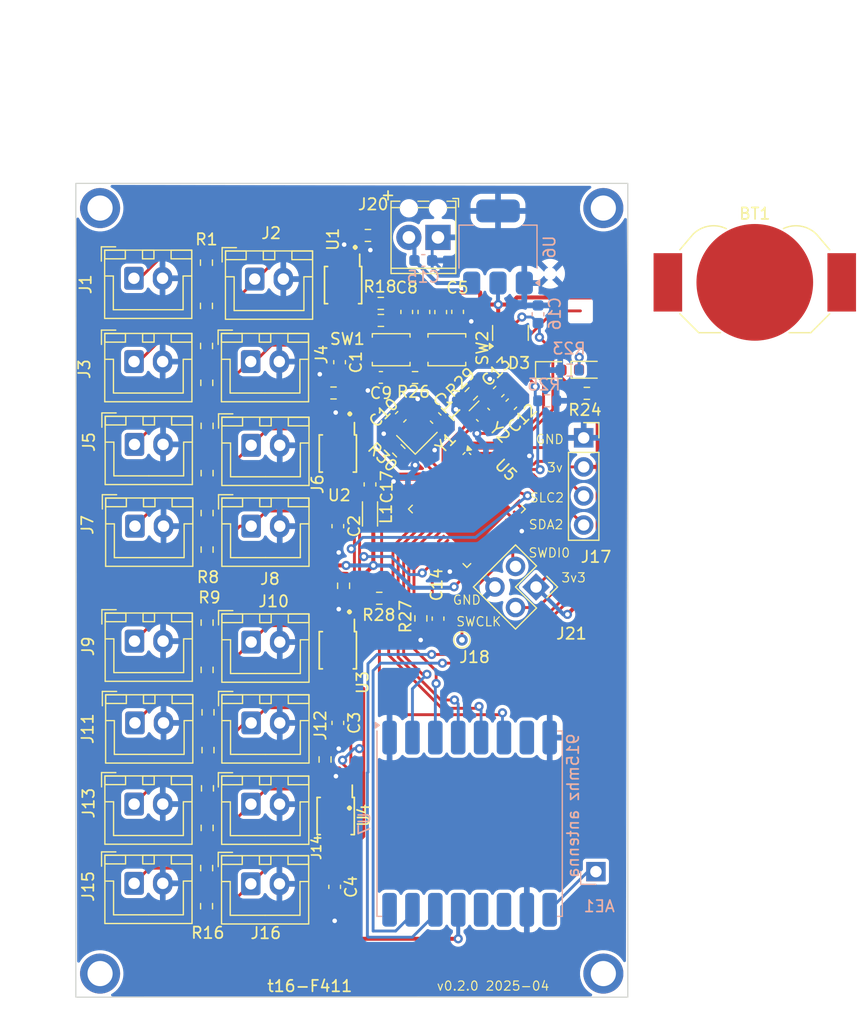
<source format=kicad_pcb>
(kicad_pcb (version 20241229) (generator "pcbnew") (generator_version "9.0")
  (title_block (date "2023-06-04"))
  (layers (0 "F.Cu" signal) (2 "B.Cu" signal) (13 "F.Paste" user) (15 "B.Paste" user) (5 "F.SilkS" user "F.Silkscreen") (7 "B.SilkS" user "B.Silkscreen") (1 "F.Mask" user) (3 "B.Mask" user) (25 "Edge.Cuts" user))
  (net 0 "")
  (net 1 "+3V3")
  (net 2 "GND")
  (net 3 "Net-(J1-Pin_1)")
  (net 4 "Net-(J2-Pin_1)")
  (net 5 "Net-(J3-Pin_1)")
  (net 6 "Net-(J4-Pin_1)")
  (net 7 "Net-(J5-Pin_1)")
  (net 8 "Net-(J6-Pin_1)")
  (net 9 "Net-(J7-Pin_1)")
  (net 10 "Net-(J8-Pin_1)")
  (net 11 "Net-(J9-Pin_1)")
  (net 12 "Net-(J10-Pin_1)")
  (net 13 "Net-(J11-Pin_1)")
  (net 14 "Net-(J12-Pin_1)")
  (net 15 "Net-(J13-Pin_1)")
  (net 16 "Net-(J14-Pin_1)")
  (net 17 "Net-(J15-Pin_1)")
  (net 18 "Net-(J16-Pin_1)")
  (net 19 "Net-(U1-ALERT{slash}RDY)")
  (net 20 "Net-(U2-ALERT{slash}RDY)")
  (net 21 "Net-(U3-ALERT{slash}RDY)")
  (net 22 "Net-(U4-ALERT{slash}RDY)")
  (net 23 "Net-(C10-Pad2)")
  (net 24 "PH0_OSC_IN")
  (net 25 "PC14_OSC32_IN")
  (net 26 "Net-(C13-Pad2)")
  (net 27 "Net-(AE1-A)")
  (net 28 "Net-(U5-NRST)")
  (net 29 "Net-(U5-VCAP1)")
  (net 30 "VBAT")
  (net 31 "Net-(D2-K)")
  (net 32 "Net-(D2-A)")
  (net 33 "SDA2")
  (net 34 "SCL2")
  (net 35 "Net-(J18-Pin_1)")
  (net 36 "Net-(U5-VDDA{slash}VREF+)")
  (net 37 "/f411/SWDIO")
  (net 38 "SCL1")
  (net 39 "SDA1")
  (net 40 "Net-(U5-BOOT0)")
  (net 41 "/f411/SWCLK")
  (net 42 "MISO")
  (net 43 "DIO1")
  (net 46 "MOSI")
  (net 47 "SCK")
  (net 48 "RESET")
  (net 54 "NSS")
  (net 63 "DIO0")
  (net 69 "Net-(U5-PB2)")
  (net 70 "PC15_OSC32_OUT")
  (net 71 "PH1_OSC_OUT")
  (net 72 "+5V")
  (net 73 "Net-(BT1-+)")
  (net 74 "Net-(D1-K)")
  (net 75 "/f411/LSE/GND_LSE")
  (net 76 "GND_HSE")
  (footprint "ProjectLib:R_0603_1608Metric" (layer "F.Cu") (at 61.0075 52.9425 90)
    (property "Reference" "R7" (hide yes))
    (property "Value" "10k 1%")
  )
  (footprint "ProjectLib:R_0603_1608Metric" (layer "F.Cu") (at 76.19 34.62 180)
    (property "Reference" "R18")
    (property "Value" "10k 1%" (hide yes))
  )
  (footprint "ProjectLib:R_0603_1608Metric" (layer "F.Cu") (at 60.96 38.34 90)
    (property "Reference" "R3" (hide yes))
    (property "Value" "10k 1%")
  )
  (footprint "ProjectLib:JST_XH_B2B-XH-A_1x02_P2.50mm_Vertical" (layer "F.Cu") (at 64.8575 54.0875)
    (property "Reference" "J8")
    (property "Value" "Conn_01x02_Pin")
  )
  (footprint "ProjectLib:JST_XH_B2B-XH-A_1x02_P2.50mm_Vertical" (layer "F.Cu") (at 54.6575 46.9425)
    (property "Reference" "J5")
    (property "Value" "Conn_01x02_Pin")
  )
  (footprint "ProjectLib:R_0603_1608Metric" (layer "F.Cu") (at 77.77 47.5 135)
    (property "Reference" "R30")
    (property "Value" "1.1k 1%" (hide yes))
  )
  (footprint "ProjectLib:C_0603_1608Metric" (layer "F.Cu") (at 86.504004 42.325996 -135)
    (property "Reference" "C13")
    (property "Value" "4pF C0G, NP0, +/- 0.1pF" (hide yes))
  )
  (footprint "ProjectLib:JST_XH_B2B-XH-A_1x02_P2.50mm_Vertical" (layer "F.Cu") (at 54.61 32.425)
    (property "Reference" "J1")
    (property "Value" "Conn_01x02_Pin")
  )
  (footprint "ProjectLib:JST_XH_B2B-XH-A_1x02_P2.50mm_Vertical" (layer "F.Cu") (at 64.84 78.385)
    (property "Reference" "J14")
    (property "Value" "Conn_01x02_Pin")
  )
  (footprint "ProjectLib:MountingHole_2.2mm_M2_ISO7380_Pad" (layer "F.Cu") (at 95.65 93.19)
    (property "Reference" "H1" (hide yes))
    (property "Value" "MountingHole")
  )
  (footprint "ProjectLib:PinSocket_2x02_P2.54mm_Vertical" (layer "F.Cu") (at 89.766051 59.403949 -45)
    (property "Reference" "J21")
    (property "Value" "Conn_2x02_Pin")
  )
  (footprint "ProjectLib:R_0603_1608Metric" (layer "F.Cu") (at 79.19 41.1 180)
    (property "Reference" "R26")
    (property "Value" "10k 1%" (hide yes))
  )
  (footprint "ProjectLib:R_0603_1608Metric" (layer "F.Cu") (at 61.0075 45.3225 90)
    (property "Reference" "R5" (hide yes))
    (property "Value" "10k 1%")
  )
  (footprint "ProjectLib:R_0603_1608Metric" (layer "F.Cu") (at 84.104004 42.525996 45)
    (property "Reference" "R29")
    (property "Value" "CHECK K 1%" (hide yes))
  )
  (footprint "ProjectLib:JST_XH_B2B-XH-A_1x02_P2.50mm_Vertical" (layer "F.Cu") (at 64.82 39.705)
    (property "Reference" "J4")
    (property "Value" "Conn_01x02_Pin")
  )
  (footprint "ProjectLib:TSSOP-10_3x3mm_P0.5mm" (layer "F.Cu") (at 72.4375 64.9325 -90)
    (property "Reference" "U3")
    (property "Value" "ADS1115IDGS")
  )
  (footprint "ProjectLib:TSSOP-10_3x3mm_P0.5mm" (layer "F.Cu") (at 72.25 79.42 -90)
    (property "Reference" "U4")
    (property "Value" "ADS1115IDGS")
  )
  (footprint "ProjectLib:JST_XH_B2B-XH-A_1x02_P2.50mm_Vertical" (layer "F.Cu") (at 54.6975 71.2825)
    (property "Reference" "J11")
    (property "Value" "Conn_01x02_Pin")
  )
  (footprint "ProjectLib:R_0603_1608Metric" (layer "F.Cu") (at 61.0075 56.134 -90)
    (property "Reference" "R8")
    (property "Value" "10k 1%")
  )
  (footprint "ProjectLib:R_0603_1608Metric" (layer "F.Cu") (at 75.07 28.68 180)
    (property "Reference" "R19" (hide yes))
    (property "Value" "10k 1%")
  )
  (footprint "ProjectLib:R_0603_1608Metric" (layer "F.Cu") (at 61.087 70.358 90)
    (property "Reference" "R11" (hide yes))
    (property "Value" "10k 1%")
  )
  (footprint "ProjectLib:R_0603_1608Metric" (layer "F.Cu") (at 60.95 31.06 90)
    (property "Reference" "R1")
    (property "Value" "10k 1%")
  )
  (footprint "ProjectLib:L_TDK_MLZ1608" (layer "F.Cu") (at 75.25 53.02 -90)
    (property "Reference" "L1")
    (property "Value" "2.2uH")
  )
  (footprint "ProjectLib:SOT-23" (layer "F.Cu") (at 87.5275 37.2 90)
    (property "Reference" "D3")
    (property "Value" "BAT54C")
  )
  (footprint "ProjectLib:QFN-48-1EP_7x7mm_P0.5mm_EP5.6x5.6mm" (layer "F.Cu") (at 83.719949 52.589899 -45)
    (property "Reference" "U5")
    (property "Value" "STM32F411CEUx" (hide yes))
  )
  (footprint "ProjectLib:JST_XH_B2B-XH-A_1x02_P2.50mm_Vertical" (layer "F.Cu") (at 64.83 85.345)
    (property "Reference" "J16")
    (property "Value" "Conn_01x02_Pin")
  )
  (footprint "ProjectLib:R_0603_1608Metric" (layer "F.Cu") (at 72.06 42.45 180)
    (property "Reference" "R20" (hide yes))
    (property "Value" "10k 1%" (hide yes))
  )
  (footprint "ProjectLib:R_0603_1608Metric" (layer "F.Cu") (at 76.06 60.39)
    (property "Reference" "R28")
    (property "Value" "10k 1%" (hide yes))
  )
  (footprint "ProjectLib:C_0603_1608Metric" (layer "F.Cu") (at 72.4375 54.0875 -90)
    (property "Reference" "C2")
    (property "Value" "0.1µF")
  )
  (footprint "ProjectLib:C_0603_1608Metric" (layer "F.Cu") (at 72.4375 71.2825 -90)
    (property "Reference" "C3")
    (property "Value" "0.1µF")
  )
  (footprint "ProjectLib:C_0603_1608Metric" (layer "F.Cu") (at 72.59 39.76 -90)
    (property "Reference" "C1")
    (property "Value" "0.1µF")
  )
  (footprint "ProjectLib:C_0603_1608Metric" (layer "F.Cu") (at 76.2 41.09)
    (property "Reference" "C9")
    (property "Value" "100nF" (hide yes))
  )
  (footprint "ProjectLib:JST_XH_B2B-XH-A_1x02_P2.50mm_Vertical" (layer "F.Cu") (at 65.171 32.495)
    (property "Reference" "J2")
    (property "Value" "Conn_01x02_Pin")
  )
  (footprint "ProjectLib:R_0603_1608Metric" (layer "F.Cu") (at 76.2 36.11 180)
    (property "Reference" "R17" (hide yes))
    (property "Value" "10k 1%" (hide yes))
  )
  (footprint "ProjectLib:SW_SPST_B3U-1000P" (layer "F.Cu") (at 77.1 38.67)
    (property "Reference" "SW1")
    (property "Value" "SW_Push" (hide yes))
  )
  (footprint "ProjectLib:R_0603_1608Metric" (layer "F.Cu") (at 61.0075 49.4525 -90)
    (property "Reference" "R6" (hide yes))
    (property "Value" "10k 1%")
  )
  (footprint "ProjectLib:R_0603_1608Metric" (layer "F.Cu") (at 79.7 62.15 -90)
    (property "Reference" "R27")
    (property "Value" "10k 1%" (hide yes))
  )
  (footprint "ProjectLib:MountingHole_2.2mm_M2_ISO7380_Pad" (layer "F.Cu") (at 51.65 26.29)
    (property "Reference" "H3" (hide yes))
    (property "Value" "MountingHole")
  )
  (footprint "ProjectLib:C_0603_1608Metric" (layer "F.Cu") (at 72.16 85.61 -90)
    (property "Reference" "C4")
    (property "Value" "0.1µF")
  )
  (footprint "ProjectLib:TSSOP-10_3x3mm_P0.5mm" (layer "F.Cu") (at 72.4375 47.7375 -90)
    (property "Reference" "U2")
    (property "Value" "ADS1115IDGS")
  )
  (footprint "ProjectLib:R_0603_1608Metric" (layer "F.Cu") (at 61.0075 62.5175 90)
    (property "Reference" "R9")
    (property "Value" "10k 1%")
  )
  (footprint "ProjectLib:LED_0603_1608Metric" (layer "F.Cu") (at 91.21 40.45)
    (property "Reference" "D2" (hide yes))
    (property "Value" "blue")
  )
  (footprint "ProjectLib:C_0603_1608Metric" (layer "F.Cu") (at 81.43 35.38 -90)
    (property "Reference" "C6" (hide yes))
    (property "Value" "100nF")
  )
  (footprint "ProjectLib:C_0603_1608Metric" (layer "F.Cu") (at 75.25 50.44 90)
    (property "Reference" "C17")
    (property "Value" "100n")
  )
  (footprint "ProjectLib:C_0603_1608Metric" (layer "F.Cu") (at 79.96 35.37 -90)
    (property "Reference" "C7" (hide yes))
    (property "Value" "100nF")
  )
  (footprint "ProjectLib:SW_SPST_B3U-1000P" (layer "F.Cu") (at 81.97 38.67)
    (property "Reference" "SW2")
    (property "Value" "SW_Push" (hide yes))
  )
  (footprint "ProjectLib:R_0603_1608Metric" (layer "F.Cu") (at 61.0075 66.6475 -90)
    (property "Reference" "R10" (hide yes))
    (property "Value" "10k 1%")
  )
  (footprint "ProjectLib:R_0603_1608Metric" (layer "F.Cu") (at 61.01 80.46 -90)
    (property "Reference" "R14" (hide yes))
    (property "Value" "10k 1%")
  )
  (footprint "ProjectLib:R_0603_1608Metric" (layer "F.Cu") (at 61.04 77 90)
    (property "Reference" "R13" (hide yes))
    (property "Value" "10k 1%")
  )
  (footprint "ProjectLib:MountingHole_2.2mm_M2_ISO7380_Pad" (layer "F.Cu") (at 51.65 93.19)
    (property "Reference" "H4" (hide yes))
    (property "Value" "MountingHole")
  )
  (footprint "ProjectLib:PinSocket_1x04_P2.54mm_Vertical" (layer "F.Cu") (at 93.93 46.37)
    (property "Reference" "J17")
    (property "Value" "Conn_01x04_Socket" (hide yes))
  )
  (footprint "ProjectLib:C_0603_1608Metric" (layer "F.Cu") (at 77.94 44.53 -135)
    (property "Reference" "C10")
    (property "Value" "6pF C0G, NP0, +/- 0.1pF" (hide yes))
  )
  (footprint "ProjectLib:TSSOP-10_3x3mm_P0.5mm" (layer "F.Cu") (at 72.898 33.02 -90)
    (property "Reference" "U1")
    (property "Value" "ADS1115IDGS")
  )
  (footprint "ProjectLib:JST_XH_B2B-XH-A_1x02_P2.50mm_Vertical" (layer "F.Cu") (at 64.8575 47.0225)
    (property "Reference" "J6")
    (property "Value" "Conn_01x02_Pin")
  )
  (footprint "ProjectLib:C_0603_1608Metric" (layer "F.Cu") (at 80.99 44.64 -45)
    (property "Reference" "C11")
    (property "Value" "6pF C0G, NP0, +/- 0.1pF" (hide yes))
  )
  (footprint "ProjectLib:LED_0603_1608Metric" (layer "F.Cu") (at 94.31 40.42)
    (property "Reference" "D1" (hide yes))
    (property "Value" "red")
  )
  (footprint "ProjectLib:JST_XH_B2B-XH-A_1x02_P2.50mm_Vertical" (layer "F.Cu") (at 54.63 78.375)
    (property "Reference" "J13")
    (property "Value" "Conn_01x02_Pin")
  )
  (footprint "ProjectLib:C_0603_1608Metric" (layer "F.Cu") (at 82.91 35.36 -90)
    (property "Reference" "C5")
    (property "Value" "1µF")
  )
  (footprint "ProjectLib:R_0603_1608Metric" (layer "F.Cu") (at 60.98 41.56 -90)
    (property "Reference" "R4" (hide yes))
    (property "Value" "10k 1%")
  )
  (footprint "ProjectLib:BatteryHolder_LINX_BAT-HLD-012-SMT" (layer "F.Cu") (at 108.89 32.78 180)
    (property "Reference" "BT1")
    (property "Value" "Battery_Cell")
  )
  (footprint "ProjectLib:JST_XH_B2B-XH-A_1x02_P2.50mm_Vertical" (layer "F.Cu") (at 54.63 85.305)
    (property "Reference" "J15")
    (property "Value" "Conn_01x02_Pin")
  )
  (footprint "ProjectLib:JST_XH_B2B-XH-A_1x02_P2.50mm_Vertical" (layer "F.Cu") (at 64.8575 71.2825)
    (property "Reference" "J12")
    (property "Value" "Conn_01x02_Pin")
  )
  (footprint "ProjectLib:C_0603_1608Metric" (layer "F.Cu") (at 81.2 62.17 -90)
    (property "Reference" "C14")
    (property "Value" "4.7uF" (hide yes))
  )
  (footprint "ProjectLib:TestPoint_THTPad_D1.0mm_Drill0.5mm" (layer "F.Cu") (at 83.29 64.03)
    (property "Reference" "J18")
    (property "Value" "THTPad" (hide yes))
  )
  (footprint "ProjectLib:R_0603_1608Metric" (layer "F.Cu") (at 72.94 59.3 -90)
    (property "Reference" "R21" (hide yes))
    (property "Value" "10k 1%")
  )
  (footprint "ProjectLib:R_0603_1608Metric" (layer "F.Cu") (at 60.96 87.3 -90)
    (property "Reference" "R16")
    (property "Value" "10k 1%")
  )
  (footprint "ProjectLib:R_0603_1608Metric" (layer "F.Cu") (at 94.21 42.48 180)
    (property "Reference" "R24")
    (property "Value" "0K1" (hide yes))
  )
  (footprint "ProjectLib:Crystal_SMD_2016-4Pin_2.0x1.6mm" (layer "F.Cu") (at 79.35 46.03 45)
    (property "Reference" "Y1")
    (property "Value" "25MHz" (hide yes))
  )
  (footprint "ProjectLib:R_0603_1608Metric" (layer "F.Cu") (at 60.95 34.84 -90)
    (property "Reference" "R2" (hide yes))
    (property "Value" "10k 1%")
  )
  (footprint "ProjectLib:Crystal_SMD_MicroCrystal_CM9V-T1A-2Pin_1.6x1.0mm" (layer "F.Cu") (at 85.128268 44.35026 -45)
    (property "Reference" "Y2")
    (property "Value" "32.758kHz" (hide yes))
  )
  (footprint "ProjectLib:JST_XH_B2B-XH-A_1x02_P2.50mm_Vertical" (layer "F.Cu") (at 54.6575 64.1375)
    (property "Reference" "J9")
    (property "Value" "Conn_01x02_Pin")
  )
  (footprint "ProjectLib:C_0603_1608Metric" (layer "F.Cu") (at 78.46 35.37 -90)
    (property "Reference" "C8")
    (property "Value" "100nF")
  )
  (footprint "ProjectLib:R_0603_1608Metric" (layer "F.Cu") (at 60.97 83.97 90)
    (property "Reference" "R15" (hide yes))
    (property "Value" "10k 1%")
  )
  (footprint "ProjectLib:R_0603_1608Metric" (layer "F.Cu") (at 61.087 73.66 -90)
    (property "Reference" "R12" (hide yes))
    (property "Value" "10k 1%")
  )
  (footprint "ProjectLib:MountingHole_2.2mm_M2_ISO7380_Pad" (layer "F.Cu") (at 95.65 26.29)
    (property "Reference" "H2" (hide yes))
    (property "Value" "MountingHole")
  )
  (footprint "ProjectLib:R_0603_1608Metric" (layer "F.Cu") (at 71.32 74.48 -90)
    (property "Reference" "R22" (hide yes))
    (property "Value" "10k 1%")
  )
  (footprint "ProjectLib:TerminalBlock_Phoenix_MPT-0,5-2-2.54_1x02_P2.54mm_Horizontal" (layer "F.Cu") (at 81.19 28.85 180)
    (property "Reference" "J20")
    (property "Value" "Screw_Terminal_01x02")
  )
  (footprint "ProjectLib:JST_XH_B2B-XH-A_1x02_P2.50mm_Vertical" (layer "F.Cu") (at 54.62 39.705)
    (property "Reference" "J3")
    (property "Value" "Conn_01x02_Pin")
  )
  (footprint "ProjectLib:JST_XH_B2B-XH-A_1x02_P2.50mm_Vertical" (layer "F.Cu") (at 64.8575 64.2175)
    (property "Reference" "J10")
    (property "Value" "Conn_01x02_Pin")
  )
  (footprint "ProjectLib:JST_XH_B2B-XH-A_1x02_P2.50mm_Vertical" (layer "F.Cu") (at 54.6975 54.0875)
    (property "Reference" "J7")
    (property "Value" "Conn_01x02_Pin")
  )
  (footprint "ProjectLib:C_0603_1608Metric" (layer "F.Cu") (at 87.604004 43.425996 -135)
    (property "Reference" "C12")
    (property "Value" "4pF C0G, NP0, +/- 0.1pF" (hide yes))
  )
  (footprint "ProjectLib:R_0603_1608Metric" (layer "B.Cu") (at 92.705 40.45 180)
    (property "Reference" "R23")
    (property "Value" "0K4" (hide yes))
  )
  (footprint "ProjectLib:915MHz_spring_antenna" (layer "B.Cu") (at 95 84.281 -90)
    (property "Reference" "AE1")
    (property "Value" "915mhz antenna")
  )
  (footprint "ProjectLib:C_0603_1608Metric" (layer "B.Cu") (at 89.94 35.57 90)
    (property "Reference" "C16")
    (property "Value" "100nF" (hide yes))
  )
  (footprint "ProjectLib:NetTie-2_SMD_Pad0.5mm" (layer "B.Cu") (at 78.92 49.46 45)
    (property "Reference" "NT1" (hide yes))
    (property "Value" "NetTie_2" (hide yes))
  )
  (footprint "ProjectLib:C_0603_1608Metric" (layer "B.Cu") (at 79.91 30.87)
    (property "Reference" "C15")
    (property "Value" "100nF" (hide yes))
  )
  (footprint "ProjectLib:SOT-223" (layer "B.Cu") (at 86.44 29.69 90)
    (property "Reference" "U6")
    (property "Value" "AMS1117-3.3")
  )
  (footprint "ProjectLib:HOPERF_RFM9XW_SMD" (layer "B.Cu") (at 83.96 80.09 -90)
    (property "Reference" "U7")
    (property "Value" "RFM95W-915S2")
  )
  (footprint "ProjectLib:NetTie-2_SMD_Pad0.5mm" (layer "B.Cu") (at 85.03 46.74 135)
    (property "Reference" "NT2" (hide yes))
    (property "Value" "NetTie_2" (hide yes))
  )
  (footprint "ProjectLib:R_0603_1608Metric" (layer "B.Cu") (at 90.74 43.13)
    (property "Reference" "R25")
    (property "Value" "10k 1%" (hide yes))
  )
  (gr_rect (start 49.53 24.13) (end 97.79 95.25) (stroke (width 0.1)) (fill no) (layer "Edge.Cuts"))
  (gr_text "." (at 72.898 61.849 0) (layer "F.SilkS") (effects (font (size 1.5 1.5) (thickness 0.3) (bold yes)) (justify left bottom)))
  (gr_text "v0.2.0 2025-04" (at 81.026 94.742 0) (layer "F.SilkS") (effects (font (size 0.8 0.8) (thickness 0.1)) (justify left bottom)))
  (gr_text "." (at 73.4 29.99 0) (layer "F.SilkS") (effects (font (size 1.5 1.5) (thickness 0.3) (bold yes)) (justify left bottom)))
  (gr_text "SWCLK" (at 82.73 62.9 0) (layer "F.SilkS") (effects (font (size 0.8 0.8) (thickness 0.1)) (justify left bottom)))
  (gr_text "t16-F411" (at 66.167 94.869 0) (layer "F.SilkS") (effects (font (size 1 1)) (justify left bottom)))
  (gr_text "SDA2" (at 89.07 54.42 0) (layer "F.SilkS") (effects (font (size 0.8 0.8) (thickness 0.1)) (justify left bottom)))
  (gr_text "." (at 72.898 78.994 0) (layer "F.SilkS") (effects (font (size 1.5 1.5) (thickness 0.3) (bold yes)) (justify left bottom)))
  (gr_text "SWDI0" (at 89.05 56.89 0) (layer "F.SilkS") (effects (font (size 0.8 0.8) (thickness 0.1)) (justify left bottom)))
  (gr_text "3v3" (at 91.92 59.06 0) (layer "F.SilkS") (effects (font (size 0.8 0.8) (thickness 0.1)) (justify left bottom)))
  (gr_text "." (at 72.93 44.55 0) (layer "F.SilkS") (effects (font (size 1.5 1.5) (thickness 0.3) (bold yes)) (justify left bottom)))
  (gr_text "GND" (at 82.43 61.01 0) (layer "F.SilkS") (effects (font (size 0.8 0.8) (thickness 0.1)) (justify left bottom)))
  (gr_text "+" (at 76.11 25.69 0) (layer "F.SilkS") (effects (font (size 1 1)) (justify left bottom)))
  (gr_text "GND" (at 89.68 46.97 0) (layer "F.SilkS") (effects (font (size 0.8 0.8) (thickness 0.1)) (justify left bottom)))
  (gr_text "SLC2" (at 89.17 52.07 0) (layer "F.SilkS") (effects (font (size 0.8 0.8) (thickness 0.1)) (justify left bottom)))
  (gr_text "3v" (at 90.67 49.44 0) (layer "F.SilkS") (effects (font (size 0.8 0.8) (thickness 0.1)) (justify left bottom)))
  (segment (start 81.42 33.755) (end 81.33 33.665) (width 0.35) (layer "F.Cu") (net 1))
  (segment (start 61.087 72.835) (end 59.817 74.105) (width 0.35) (layer "F.Cu") (net 1))
  (segment (start 93.93 48.91) (end 95.106 48.91) (width 0.35) (layer "F.Cu") (net 1))
  (segment (start 51.435 41.38) (end 51.435 48.641) (width 0.35) (layer "F.Cu") (net 1))
  (segment (start 78.39 33.665) (end 77.13 33.665) (width 0.35) (layer "F.Cu") (net 1))
  (segment (start 60.18 34.143) (end 60.16 34.163) (width 0.35) (layer "F.Cu") (net 1))
  (segment (start 61.01 79.635) (end 59.935 79.635) (width 0.35) (layer "F.Cu") (net 1))
  (segment (start 76.056 28.841) (end 76.056 33.609) (width 0.35) (layer "F.Cu") (net 1))
  (segment (start 60.071 65.8225) (end 51.5255 65.8225) (width 0.35) (layer "F.Cu") (net 1))
  (segment (start 51.435 29.285) (end 51.74 28.98) (width 0.35) (layer "F.Cu") (net 1))
  (segment (start 72.0875 57.6225) (end 72.94 58.475) (width 0.35) (layer "F.Cu") (net 1))
  (segment (start 73.4375 46.5625) (end 73.4375 45.5875) (width 0.25) (layer "F.Cu") (net 1))
  (segment (start 72.09 28.98) (end 73.24 27.83) (width 0.35) (layer "F.Cu") (net 1))
  (segment (start 61.0075 53.7675) (end 60.071 54.704) (width 0.35) (layer "F.Cu") (net 1))
  (segment (start 84.316 37.444) (end 81.496 37.444) (width 0.35) (layer "F.Cu") (net 1))
  (segment (start 60.02 86.56) (end 60.02 85.745) (width 0.35) (layer "F.Cu") (net 1))
  (segment (start 60.02 89.22) (end 60.02 86.56) (width 0.35) (layer "F.Cu") (net 1))
  (segment (start 84.88 33.665) (end 83.64 33.665) (width 0.35) (layer "F.Cu") (net 1))
  (segment (start 60.071 64.279) (end 60.071 65.8225) (width 0.35) (layer "F.Cu") (net 1))
  (segment (start 92.49 48.91) (end 93.93 48.91) (width 0.25) (layer "F.Cu") (net 1))
  (segment (start 60.071 57.912) (end 51.435 57.912) (width 0.35) (layer "F.Cu") (net 1))
  (segment (start 51.435 48.641) (end 51.435 57.912) (width 0.35) (layer "F.Cu") (net 1))
  (segment (start 70.55 86.27) (end 72.16 84.66) (width 0.35) (layer "F.Cu") (net 1))
  (segment (start 60.02 85.745) (end 60.97 84.795) (width 0.35) (layer "F.Cu") (net 1))
  (segment (start 51.5255 65.8225) (end 51.435 65.913) (width 0.35) (layer "F.Cu") (net 1))
  (segment (start 92.51 61.8) (end 92.655 61.655) (width 0.35) (layer "F.Cu") (net 1))
  (segment (start 95.106 48.91) (end 95.156 48.96) (width 0.35) (layer "F.Cu") (net 1))
  (segment (start 51.435 65.913) (end 51.435 75.057) (width 0.35) (layer "F.Cu") (net 1))
  (segment (start 67.51 75.26) (end 59.817 75.26) (width 0.35) (layer "F.Cu") (net 1))
  (segment (start 77.015 34.62) (end 77.015 33.78) (width 0.35) (layer "F.Cu") (net 1))
  (segment (start 95.165 44.897) (end 95.156 44.906) (width 0.35) (layer "F.Cu") (net 1))
  (segment (start 60.071 47.084) (end 60.071 48.6275) (width 0.35) (layer "F.Cu") (net 1))
  (segment (start 91.77 56.76) (end 91.77 57.4) (width 0.25) (layer "F.Cu") (net 1))
  (segment (start 51.435 34.163) (end 51.435 41.38) (width 0.35) (layer "F.Cu") (net 1))
  (segment (start 80.05 33.665) (end 78.39 33.665) (width 0.35) (layer "F.Cu") (net 1))
  (segment (start 60.071 54.704) (end 60.071 56.2455) (width 0.35) (layer "F.Cu") (net 1))
  (segment (start 78.45 33.725) (end 78.39 33.665) (width 0.35) (layer "F.Cu") (net 1))
  (segment (start 71.32 73.655) (end 71.32 71.45) (width 0.35) (layer "F.Cu") (net 1))
  (segment (start 72.4375 67.0825) (end 72.4375 70.3325) (width 0.35) (layer "F.Cu") (net 1))
  (segment (start 61.0075 46.1475) (end 60.071 47.084) (width 0.35) (layer "F.Cu") (net 1))
  (segment (start 59.88 82.12) (end 59.88 79.69) (width 0.35) (layer "F.Cu") (net 1))
  (segment (start 84.684516 47.725484) (end 88.377187 47.725484) (width 0.25) (layer "F.Cu") (net 1))
  (segment (start 60.645 31.885) (end 60.18 32.35) (width 0.35) (layer "F.Cu") (net 1))
  (segment (start 72.8825 33.655) (end 72.898 33.6705) (width 0.35) (layer "F.Cu") (net 1))
  (segment (start 82.95 33.745) (end 82.87 33.665) (width 0.35) (layer "F.Cu") (net 1))
  (segment (start 80.27 38.67) (end 80.27 40.845) (width 0.35) (layer "F.Cu") (net 1))
  (segment (start 94.979 34.099) (end 95.135 34.255) (width 0.35) (layer "F.Cu") (net 1))
  (segment (start 73.4375 45.5875) (end 73.4375 43.0025) (width 0.25) (layer "F.Cu") (net 1))
  (segment (start 78.45 34.79) (end 78.45 33.725) (width 0.35) (layer "F.Cu") (net 1))
  (segment (start 67.663 57.912) (end 60.071 57.912) (width 0.35) (layer "F.Cu") (net 1))
  (segment (start 95.135 34.255) (end 95.135 40.51) (width 0.35) (layer "F.Cu") (net 1))
  (segment (start 73.24 27.83) (end 75.65 27.83) (width 0.35) (layer "F.Cu") (net 1))
  (segment (start 60.071 48.6275) (end 51.4485 48.6275) (width 0.35) (layer "F.Cu") (net 1))
  (segment (start 75.54 57.52) (end 74.8385 58.2215) (width 0.35) (layer "F.Cu") (net 1))
  (segment (start 59.88 78.4) (end 60.455 77.825) (width 0.35) (layer "F.Cu") (net 1))
  (segment (start 61.0075 65.8225) (end 60.071 65.8225) (width 0.35) (layer "F.Cu") (net 1))
  (segment (start 60.455 77.825) (end 61.04 77.825) (width 0.35) (layer "F.Cu") (net 1))
  (segment (start 70.8925 54.6825) (end 70.8925 56.4275) (width 0.35) (layer "F.Cu") (net 1))
  (segment (start 51.435 34.163) (end 51.435 29.285) (width 0.35) (layer "F.Cu") (net 1))
  (segment (start 59.43 41.38) (end 51.435 41.38) (width 0.35) (layer "F.Cu") (net 1))
  (segment (start 61.0075 63.3425) (end 60.071 64.279) (width 0.35) (layer "F.Cu") (net 1))
  (segment (start 72.4375 70.3325) (end 71.47 71.3) (width 0.35) (layer "F.Cu") (net 1))
  (segment (start 83.233813 56.965122) (end 83.233813 58.756187) (width 0.25) (layer "F.Cu") (net 1))
  (segment (start 90.696052 55.676915) (end 90.696052 55.686052) (width 0.25) (layer "F.Cu") (net 1))
  (segment (start 74.8385 58.2215) (end 74.8385 59.9935) (width 0.35) (layer "F.Cu") (net 1))
  (segment (start 61.0075 55.309) (end 60.071 56.2455) (width 0.35) (layer "F.Cu") (net 1))
  (segment (start 60.965 40.75) (end 60.06 40.75) (width 0.35) (layer "F.Cu") (net 1))
  (segment (start 70.9675 54.6075) (end 67.663 57.912) (width 0.35) (layer "F.Cu") (net 1))
  (segment (start 82.05 33.665) (end 81.33 33.665) (width 0.35) (layer "F.Cu") (net 1))
  (segment (start 51.435 89.281) (end 59.959 89.281) (width 0.35) (layer "F.Cu") (net 1))
  (segment (start 75.65 27.83) (end 75.895 28.075) (width 0.35) (layer "F.Cu") (net 1))
  (segment (start 95.156 48.96) (end 95.156 59.127826) (width 0.35) (layer "F.Cu") (net 1))
  (segment (start 84.206085 48.203915) (end 84.684516 47.725484) (width 0.25) (layer "F.Cu") (net 1))
  (segment (start 76 33.665) (end 72.916394 33.665) (width 0.35) (layer "F.Cu") (net 1))
  (segment (start 51.435 75.057) (end 51.435 82.12) (width 0.35) (layer "F.Cu") (net 1))
  (segment (start 90.696052 55.686052) (end 91.77 56.76) (width 0.25) (layer "F.Cu") (net 1))
  (segment (start 84.88 36.88) (end 84.316 37.444) (width 0.35) (layer "F.Cu") (net 1))
  (segment (start 77.015 34.62) (end 77.015 36.1) (width 0.35) (layer "F.Cu") (net 1))
  (segment (start 72.4375 49.8875) (end 72.4375 47.5625) (width 0.25) (layer "F.Cu") (net 1))
  (segment (start 59.817 72.453) (end 59.817 74.105) (width 0.35) (layer "F.Cu") (net 1))
  (segment (start 94.253826 60.056174) (end 92.51 61.8) (width 0.35) (layer "F.Cu") (net 1))
  (segment (start 51.435 82.12) (end 51.435 89.281) (width 0.35) (layer "F.Cu") (net 1))
  (segment (start 70.9675 54.6075) (end 70.8925 54.6825) (width 0.35) (layer "F.Cu") (net 1))
  (segment (start 59.959 89.281) (end 59.968 89.29) (width 0.35) (layer "F.Cu") (net 1))
  (segment (start 94.253826 60.03) (end 94.253826 60.056174) (width 0.35) (layer "F.Cu") (net 1))
  (segment (start 75.54 53.71) (end 75.54 57.52) (width 0.35) (layer "F.Cu") (net 1))
  (segment (start 59.968 89.29) (end 70.55 89.29) (width 0.35) (layer "F.Cu") (net 1))
  (segment (start 72.19 57.52) (end 73.1625 57.52) (width 0.35) (layer "F.Cu") (net 1))
  (segment (start 90.741259 47.221259) (end 92.46 48.94) (width 0.25) (layer "F.Cu") (net 1))
  (segment (start 91.77 57.4) (end 89.766051 59.403949) (width 0.25) (layer "F.Cu") (net 1))
  (segment (start 59.88 79.69) (end 59.88 78.4) (width 0.35) (layer "F.Cu") (net 1))
  (segment (start 95.165 43.58) (end 95.165 44.897) (width 0.35) (layer "F.Cu") (net 1))
  (segment (start 72.59 37.569088) (end 72.59 38.81) (width 0.35) (layer "F.Cu") (net 1))
  (segment (start 86.46 34.72) (end 85.04 34.72) (width 0.35) (layer "F.Cu") (net 1))
  (segment (start 90.392102 60.03) (end 89.766051 59.403949) (width 0.35) (layer "F.Cu") (net 1))
  (segment (start 81.496 37.444) (end 80.27 38.67) (width 0.35) (layer "F.Cu") (net 1))
  (segment (start 84.88 34.71) (end 84.88 33.665) (width 0.35) (layer "F.Cu") (net 1))
  (segment (start 60.18 34.143) (end 60.822 34.143) (width 0.35) (layer "F.Cu") (net 1))
  (segment (start 95.156 59.127826) (end 94.253826 60.03) (width 0.35) (layer "F.Cu") (net 1))
  (segment (start 72.898 37.261088) (end 72.59 37.569088) (width 0.35) (layer "F.Cu") (net 1))
  (segment (start 84.88 34.88) (end 84.88 34.71) (width 0.35) (layer "F.Cu") (net 1))
  (segment (start 95.165 39.795) (end 95.165 43.58) (width 0.35) (layer "F.Cu") (net 1))
  (segment (start 51.638 75.26) (end 59.817 75.26) (width 0.35) (layer "F.Cu") (net 1))
  (segment (start 87.470534 34.72) (end 88.091534 34.099) (width 0.35) (layer "F.Cu") (net 1))
  (segment (start 60.215 39.165) (end 60.06 39.32) (width 0.35) (layer "F.Cu") (net 1))
  (segment (start 71.32 71.45) (end 71.47 71.3) (width 0.35) (layer "F.Cu") (net 1))
  (segment (start 72.4375 49.8875) (end 72.4375 53.1375) (width 0.35) (layer "F.Cu") (net 1))
  (segment (start 80.27 40.845) (end 80.015 41.1) (width 0.35) (layer "F.Cu") (net 1))
  (segment (start 88.881412 47.221259) (end 90.741259 47.221259) (width 0.25) (layer "F.Cu") (net 1))
  (segment (start 75.25 53.42) (end 75.54 53.71) (width 0.35) (layer "F.Cu") (net 1))
  (segment (start 70.55 89.29) (end 70.55 86.27) (width 0.35) (layer "F.Cu") (net 1))
  (segment (start 86.46 34.72) (end 86.46 38.02) (width 0.35) (layer "F.Cu") (net 1))
  (segment (start 88.091534 34.099) (end 94.979 34.099) (width 0.35) (layer "F.Cu") (net 1))
  (segment (start 60.16 34.163) (end 51.435 34.163) (width 0.35) (layer "F.Cu") (net 1))
  (segment (start 75.895 28.075) (end 75.895 28.68) (width 0.35) (layer "F.Cu") (net 1))
  (segment (start 84.88 34.71) (end 84.88 36.88) (width 0.35) (layer "F.Cu") (net 1))
  (segment (start 72.898 33.6705) (end 72.898 35.17) (width 0.35) (layer "F.Cu") (net 1))
  (segment (start 72.8825 33.631106) (end 72.8825 33.655) (width 0.35) (layer "F.Cu") (net 1))
  (segment (start 92.46 48.94) (end 92.49 48.91) (width 0.25) (layer "F.Cu") (net 1))
  (segment (start 83.233813 58.756187) (end 82.6 59.39) (width 0.25) (layer "F.Cu") (net 1))
  (segment (start 77.015 33.78) (end 77.13 33.665) (width 0.35) (layer "F.Cu") (net 1))
  (segment (start 60.18 32.35) (end 60.18 34.143) (width 0.35) (layer "F.Cu") (net 1))
  (segment (start 88.095172 53.076035) (end 90.696052 55.676915) (width 0.25) (layer "F.Cu") (net 1))
  (segment (start 77.13 33.665) (end 76 33.665) (width 0.35) (layer "F.Cu") (net 1))
  (segment (start 72.916394 33.665) (end 72.8825 33.631106) (width 0.35) (layer "F.Cu") (net 1))
  (segment (start 86.46 38.02) (end 86.5775 38.1375) (width 0.35) (layer "F.Cu") (net 1))
  (segment (start 51.435 75.057) (end 51.638 75.26) (width 0.35) (layer "F.Cu") (net 1))
  (segment (start 60.02 86.56) (end 60.875 86.56) (width 0.35) (layer "F.Cu") (net 1))
  (segment (start 95.156 44.906) (end 95.156 48.96) (width 0.35) (layer "F.Cu") (net 1))
  (segment (start 74.8385 59.9935) (end 75.235 60.39) (width 0.35) (layer "F.Cu") (net 1))
  (segment (start 76.056 33.609) (end 76 33.665) (width 0.35) (layer "F.Cu") (net 1))
  (segment (start 60.95 31.885) (end 60.645 31.885) (width 0.35) (layer "F.Cu") (net 1))
  (segment (start 51.4485 48.6275) (end 51.435 48.641) (width 0.35) (layer "F.Cu") (net 1))
  (segment (start 61.087 71.183) (end 59.817 72.453) (width 0.35) (layer "F.Cu") (net 1))
  (segment (start 59.935 79.635) (end 59.88 79.69) (width 0.35) (layer "F.Cu") (net 1))
  (segment (start 85.04 34.72) (end 84.88 34.88) (width 0.35) (layer "F.Cu") (net 1))
  (segment (start 75.895 28.68) (end 76.056 28.841) (width 0.35) (layer "F.Cu") (net 1))
  (segment (start 82.95 34.795) (end 82.95 33.745) (width 0.35) (layer "F.Cu") (net 1))
  (segment (start 73.4375 43.0025) (end 72.885 42.45) (width 0.25) (layer "F.Cu") (net 1))
  (segment (start 79.96 34.595) (end 79.96 33.755) (width 0.35) (layer "F.Cu") (net 1))
  (segment (start 72.4375 53.1375) (end 70.9675 54.6075) (width 0.35) (layer "F.Cu") (net 1))
  (segment (start 82.87 33.665) (end 82.05 33.665) (width 0.35) (layer "F.Cu") (net 1))
  (segment (start 60.06 40.75) (end 59.43 41.38) (width 0.35) (layer "F.Cu") (net 1))
  (segment (start 60.06 39.32) (end 60.06 40.75) (width 0.35) (layer "F.Cu") (net 1))
  (segment (start 79.96 33.755) (end 80.05 33.665) (width 0.35) (layer "F.Cu") (net 1))
  (segment (start 71.409 90.149) (end 82.96 90.149) (width 0.35) (layer "F.Cu") (net 1))
  (segment (start 51.435 57.912) (end 51.435 65.913) (width 0.35) (layer "F.Cu") (net 1))
  (segment (start 61.0075 48.6275) (end 60.071 48.6275) (width 0.35) (layer "F.Cu") (net 1))
  (segment (start 51.74 28.98) (end 72.09 28.98) (width 0.35) (layer "F.Cu") (net 1))
  (segment (start 72.4375 47.5625) (end 73.4375 46.5625) (width 0.25) (layer "F.Cu") (net 1))
  (segment (start 72.898 35.17) (end 72.898 37.261088) (width 0.35) (layer "F.Cu") (net 1))
  (segment (start 59.959 89.281) (end 60.02 89.22) (width 0.35) (layer "F.Cu") (net 1))
  (segment (start 60.071 56.2455) (end 60.071 57.912) (width 0.35) (layer "F.Cu") (net 1))
  (segment (start 88.377187 47.725484) (end 88.881412 47.221259) (width 0.25) (layer "F.Cu") (net 1))
  (segment (start 77.015 36.1) (end 77.025 36.11) (width 0.35) (layer "F.Cu") (net 1))
  (segment (start 72.25 84.57) (end 72.25 81.57) (width 0.35) (layer "F.Cu") (net 1))
  (segment (start 81.42 34.795) (end 81.42 33.755) (width 0.35) (layer "F.Cu") (net 1))
  (segment (start 82.57 59.36) (end 82.6 59.39) (width 0.35) (layer "F.Cu") (net 1))
  (segment (start 81.33 33.665) (end 80.05 33.665) (width 0.35) (layer "F.Cu") (net 1))
  (segment (start 59.817 74.105) (end 59.817 75.26) (width 0.35) (layer "F.Cu") (net 1))
  (segment (start 70.8925 56.4275) (end 72.0875 57.6225) (width 0.35) (layer "F.Cu") (net 1))
  (segment (start 83.64 33.665) (end 82.87 33.665) (width 0.35) (layer "F.Cu") (net 1))
  (segment (start 72.0875 57.6225) (end 72.19 57.52) (width 0.35) (layer "F.Cu") (net 1))
  (segment (start 51.435 82.12) (end 59.88 82.12) (width 0.35) (layer "F.Cu") (net 1))
  (segment (start 70.55 89.29) (end 71.409 90.149) (width 0.35) (layer "F.Cu") (net 1))
  (segment (start 71.47 71.3) (end 67.51 75.26) (width 0.35) (layer "F.Cu") (net 1))
  (segment (start 86.46 34.72) (end 87.470534 34.72) (width 0.35) (layer "F.Cu") (net 1))
  (segment (start 60.96 39.165) (end 60.215 39.165) (width 0.35) (layer "F.Cu") (net 1))
  (via (at 82.6 59.39) (size 0.8) (drill 0.4) (layers "F.Cu" "B.Cu") (net 1))
  (via (at 92.51 61.8) (size 0.8) (drill 0.4) (layers "F.Cu" "B.Cu") (net 1))
  (via (at 86.46 34.72) (size 0.8) (drill 0.4) (layers "F.Cu" "B.Cu") (net 1))
  (via (at 75.54 57.52) (size 0.8) (drill 0.4) (layers "F.Cu" "B.Cu") (net 1))
  (via (at 73.1625 57.52) (size 0.8) (drill 0.4) (layers "F.Cu" "B.Cu") (net 1))
  (via (at 82.96 90.149) (size 0.8) (drill 0.4) (layers "F.Cu" "B.Cu") (net 1))
  (segment (start 82.6 59.39) (end 82.52 59.47) (width 0.35) (layer "B.Cu") (net 1))
  (segment (start 86.44 34.7) (end 86.46 34.72) (width 0.35) (layer "B.Cu") (net 1))
  (segment (start 78.93 59.47) (end 77 57.54) (width 0.35) (layer "B.Cu") (net 1))
  (segment (start 77 57.54) (end 76.29 57.54) (width 0.35) (layer "B.Cu") (net 1))
  (segment (start 75.54 57.52) (end 76.27 57.52) (width 0.35) (layer "B.Cu") (net 1))
  (segment (start 86.44 32.84) (end 86.44 34.7) (width 0.35) (layer "B.Cu") (net 1))
  (segment (start 92.51 61.8) (end 92.162102 61.8) (width 0.35) (layer "B.Cu") (net 1))
  (segment (start 82.52 59.47) (end 78.93 59.47) (width 0.35) (layer "B.Cu") (net 1))
  (segment (start 73.1625 57.52) (end 75.54 57.52) (width 0.35) (layer "B.Cu") (net 1))
  (segment (start 76.27 57.52) (end 76.29 57.54) (width 0.35) (layer "B.Cu") (net 1))
  (segment (start 82.96 87.615) (end 82.96 90.149) (width 0.35) (layer "B.Cu") (net 1))
  (segment (start 92.162102 61.8) (end 89.766051 59.403949) (width 0.35) (layer "B.Cu") (net 1))
  (segment (start 82.965 36.19) (end 82.91 36.135) (width 0.35) (layer "F.Cu") (net 2))
  (segment (start 70.96 40.71) (end 70.86 40.81) (width 0.25) (layer "F.Cu") (net 2))
  (segment (start 77.31 50.18) (end 76.656432 49.993568) (width 0.25) (layer "F.Cu") (net 2))
  (segment (start 75.4 41.065) (end 75.425 41.09) (width 0.35) (layer "F.Cu") (net 2))
  (segment (start 81.43 36.155) (end 79.97 36.155) (width 0.35) (layer "F.Cu") (net 2))
  (segment (start 72.898 30.87) (end 72.898 29.572) (width 0.25) (layer "F.Cu") (net 2))
  (segment (start 83.719949 49.407918) (end 84.559638 48.568229) (width 0.25) (layer "F.Cu") (net 2))
  (segment (start 73.898 30.87) (end 74.809 29.959) (width 0.25) (layer "F.Cu") (net 2))
  (segment (start 83.719949 55.77188) (end 83.719949 52.589899) (width 0.25) (layer "F.Cu") (net 2))
  (segment (start 84.559638 48.568229) (end 84.951383 48.176484) (width 0.25) (layer "F.Cu") (net 2))
  (segment (start 79.7 62.975) (end 81.17 62.975) (width 0.25) (layer "F.Cu") (net 2))
  (segment (start 80.758939 50.68955) (end 82.659288 52.589899) (width 0.25) (layer "F.Cu") (net 2))
  (segment (start 82.88026 56.611569) (end 83.719949 55.77188) (width 0.25) (layer "F.Cu") (net 2))
  (segment (start 72.59 40.71) (end 70.96 40.71) (width 0.25) (layer "F.Cu") (net 2))
  (segment (start 84.951383 48.176484) (end 88.952907 48.176484) (width 0.25) (layer "F.Cu") (net 2))
  (segment (start 82.23 58.06) (end 82.125 57.366829) (width 0.25) (layer "F.Cu") (net 2))
  (segment (start 77.31 50.18) (end 75.635 49.665) (width 0.35) (layer "F.Cu") (net 2))
  (segment (start 80.062957 49.993568) (end 80.758939 50.68955) (width 0.25) (layer "F.Cu") (net 2))
  (segment (start 72.4375 72.2325) (end 72.4375 73.4535) (width 0.25) (layer "F.Cu") (net 2))
  (segment (start 88.516917 54.204886) (end 88.516917 54.523085) (width 0.25) (layer "F.Cu") (net 2))
  (segment (start 72.25 77.27) (end 72.25 75.959931) (width 0.25) (layer "F.Cu") (net 2))
  (segment (start 75.635 49.665) (end 75.25 49.665) (width 0.35) (layer "F.Cu") (net 2))
  (segment (start 83.719949 52.589899) (end 86.971226 52.589899) (width 0.25) (layer "F.Cu") (net 2))
  (segment (start 72.4375 73.4535) (end 72.517 73.533) (width 0.25) (layer "F.Cu") (net 2))
  (segment (start 72.4375 55.0375) (end 72.4375 56.3085) (width 0.25) (layer "F.Cu") (net 2))
  (segment (start 81.45 36.135) (end 81.43 36.155) (width 0.35) (layer "F.Cu") (net 2))
  (segment (start 83.719949 52.589899) (end 83.719949 49.407918) (width 0.25) (layer "F.Cu") (net 2))
  (segment (start 72.4375 61.4205) (end 72.4375 62.7825) (width 0.25) (layer "F.Cu") (net 2))
  (segment (start 82.91 36.135) (end 81.45 36.135) (width 0.35) (layer "F.Cu") (net 2))
  (segment (start 75.425 41.8675) (end 75.0625 42.23) (width 0.35) (layer "F.Cu") (net 2))
  (segment (start 79.7 64.02) (end 79.68 64.04) (width 0.25) (layer "F.Cu") (net 2))
  (segment (start 72.4375 44.3475) (end 72.25 44.16) (width 0.25) (layer "F.Cu") (net 2))
  (segment (start 72.25 75.959931) (end 72.26971 75.940221) (width 0.25) (layer "F.Cu") (net 2))
  (segment (start 82.659288 52.589899) (end 83.719949 52.589899) (width 0.25) (layer "F.Cu") (net 2))
  (segment (start 84.045 36.135) (end 84.1 36.19) (width 0.25) (layer "F.Cu") (net 2))
  (segment (start 75.425 41.09) (end 75.425 41.8675) (width 0.35) (layer "F.Cu") (net 2))
  (segment (start 79.97 36.155) (end 79.96 36.145) (width 0.35) (layer "F.Cu") (net 2))
  (segment (start 83.719949 52.589899) (end 86.90193 52.589899) (width 0.25) (layer "F.Cu") (net 2))
  (segment (start 84.1 36.19) (end 82.965 36.19) (width 0.35) (layer "F.Cu") (net 2))
  (segment (start 88.952907 48.176484) (end 89.182132 47.947259) (width 0.25) (layer "F.Cu") (net 2))
  (segment (start 76.656432 49.993568) (end 80.062957 49.993568) (width 0.25) (layer "F.Cu") (net 2))
  (segment (start 72.517 61.341) (end 72.4375 61.4205) (width 0.25) (layer "F.Cu") (net 2))
  (segment (start 87.741619 53.429588) (end 88.516917 54.204886) (width 0.25) (layer "F.Cu") (net 2))
  (segment (start 79.7 62.975) (end 79.7 64.02) (width 0.25) (layer "F.Cu") (net 2))
  (segment (start 72.4375 45.5875) (end 72.4375 44.3475) (width 0.25) (layer "F.Cu") (net 2))
  (segment (start 74.809 29.959) (end 75.28 29.959) (width 0.25) (layer "F.Cu") (net 2))
  (segment (start 86.90193 52.589899) (end 87.741619 53.429588) (width 0.25) (layer "F.Cu") (net 2))
  (segment (start 79.96 36.145) (end 78.46 36.145) (width 0.35) (layer "F.Cu") (net 2))
  (segment (start 75.4 38.67) (end 75.4 41.065) (width 0.35) (layer "F.Cu") (net 2))
  (segment (start 72.16 86.56) (end 72.16 88.58) (width 0.25) (layer "F.Cu") (net 2))
  (segment (start 82.125 57.366829) (end 82.88026 56.611569) (width 0.25) (layer "F.Cu") (net 2))
  (segment (start 72.898 29.572) (end 72.99 29.48) (width 0.25) (layer "F.Cu") (net 2))
  (segment (start 81.17 62.975) (end 81.2 62.945) (width 0.25) (layer "F.Cu") (net 2))
  (segment (start 72.4375 56.3085) (end 72.517 56.388) (width 0.25) (layer "F.Cu") (net 2))
  (via (at 72.26971 75.940221) (size 0.8) (drill 0.4) (layers "F.Cu" "B.Cu") (net 2))
  (via (at 79.68 64.04) (size 0.8) (drill 0.4) (layers "F.Cu" "B.Cu") (net 2))
  (via (at 77.31 50.18) (size 0.8) (drill 0.4) (layers "F.Cu" "B.Cu") (net 2))
  (via (at 82.23 58.06) (size 0.8) (drill 0.4) (layers "F.Cu" "B.Cu") (net 2))
  (via (at 72.517 73.533) (size 0.8) (drill 0.4) (layers "F.Cu" "B.Cu") (net 2))
  (via (at 72.517 61.341) (size 0.8) (drill 0.4) (layers "F.Cu" "B.Cu") (net 2))
  (via (at 75.0625 42.23) (size 0.8) (drill 0.4) (layers "F.Cu" "B.Cu") (net 2))
  (via (at 89.182132 47.947259) (size 0.8) (drill 0.4) (layers "F.Cu" "B.Cu") (net 2))
  (via (at 70.86 40.81) (size 0.8) (drill 0.4) (layers "F.Cu" "B.Cu") (net 2))
  (via (at 84.1 36.19) (size 0.8) (drill 0.4) (layers "F.Cu" "B.Cu") (net 2))
  (via (at 88.516917 54.523085) (size 0.8) (drill 0.4) (layers "F.Cu" "B.Cu") (net 2))
  (via (at 72.99 29.48) (size 0.8) (drill 0.4) (layers "F.Cu" "B.Cu") (net 2))
  (via (at 72.25 44.16) (size 0.8) (drill 0.4) (layers "F.Cu" "B.Cu") (net 2))
  (via (at 72.16 88.58) (size 0.8) (drill 0.4) (layers "F.Cu" "B.Cu") (net 2))
  (via (at 75.28 29.959) (size 0.8) (drill 0.4) (layers "F.Cu" "B.Cu") (net 2))
  (via (at 72.517 56.388) (size 0.8) (drill 0.4) (layers "F.Cu" "B.Cu") (net 2))
  (segment (start 80.685 31.525) (end 81.32 32.16) (width 0.25) (layer "B.Cu") (net 2))
  (segment (start 80.685 30.87) (end 80.72 30.87) (width 0.25) (layer "B.Cu") (net 2))
  (segment (start 57.1975 81.1925) (end 57.1575 81.2325) (width 0.25) (layer "B.Cu") (net 2))
  (segment (start 80.685 29.355) (end 81.19 28.85) (width 0.25) (layer "B.Cu") (net 2))
  (segment (start 57.1575 88.3375) (end 57.1975 88.3775) (width 0.25) (layer "B.Cu") (net 2))
  (segment (start 87.283553 45.943553) (end 87.283553 46.04868) (width 0.35) (layer "B.Cu") (net 2))
  (segment (start 80.685 30.87) (end 80.685 31.525) (width 0.25) (layer "B.Cu") (net 2))
  (segment (start 80.72 30.87) (end 81.59 31.74) (width 0.25) (layer "B.Cu") (net 2))
  (segment (start 80.685 30.87) (end 80.685 29.355) (width 0.25) (layer "B.Cu") (net 2))
  (segment (start 61.705 29.48) (end 71.89 29.48) (width 0.25) (layer "F.Cu") (net 3))
  (segment (start 57.5475 30.009) (end 55.1025 32.454) (width 0.25) (layer "F.Cu") (net 3))
  (segment (start 60.95 30.235) (end 61.705 29.48) (width 0.25) (layer "F.Cu") (net 3))
  (segment (start 57.5475 30.009) (end 60.724 30.009) (width 0.25) (layer "F.Cu") (net 3))
  (segment (start 72.398 30.87) (end 72.398 29.988) (width 0.25) (layer "F.Cu") (net 3))
  (segment (start 72.398 29.988) (end 71.89 29.48) (width 0.25) (layer "F.Cu") (net 3))
  (segment (start 62.0475 35.789) (end 66.9665 30.87) (width 0.25) (layer "F.Cu") (net 4))
  (segment (start 66.9665 30.87) (end 71.898 30.87) (width 0.25) (layer "F.Cu") (net 4))
  (segment (start 61.4525 35.789) (end 62.0475 35.789) (width 0.25) (layer "F.Cu") (net 4))
  (segment (start 71.898 35.935708) (end 71.898 35.17) (width 0.25) (layer "F.Cu") (net 5))
  (segment (start 55.1425 39.599) (end 57.1125 37.629) (width 0.25) (layer "F.Cu") (net 5))
  (segment (start 61.4525 37.629) (end 70.204708 37.629) (width 0.25) (layer "F.Cu") (net 5))
  (segment (start 70.204708 37.629) (end 71.898 35.935708) (width 0.25) (layer "F.Cu") (net 5))
  (segment (start 57.1125 37.629) (end 61.4525 37.629) (width 0.25) (layer "F.Cu") (net 5))
  (segment (start 66.6275 38.274) (end 70.196104 38.274) (width 0.25) (layer "F.Cu") (net 6))
  (segment (start 72.398 35.17) (end 72.398 36.072104) (width 0.25) (layer "F.Cu") (net 6))
  (segment (start 72.398 36.072104) (end 70.196104 38.274) (width 0.25) (layer "F.Cu") (net 6))
  (segment (start 65.3565 39.545) (end 66.6275 38.274) (width 0.25) (layer "F.Cu") (net 6))
  (segment (start 62.03 42.385) (end 64.87 39.545) (width 0.25) (layer "F.Cu") (net 6))
  (segment (start 60.98 42.385) (end 62.03 42.385) (width 0.25) (layer "F.Cu") (net 6))
  (segment (start 71.9375 45.5875) (end 71.9375 44.872805) (width 0.25) (layer "F.Cu") (net 7))
  (segment (start 57.1025 44.4975) (end 61.0075 44.4975) (width 0.25) (layer "F.Cu") (net 7))
  (segment (start 71.9375 44.872805) (end 71.562195 44.4975) (width 0.25) (layer "F.Cu") (net 7))
  (segment (start 71.562195 44.4975) (end 61.0075 44.4975) (width 0.25) (layer "F.Cu") (net 7))
  (segment (start 54.6575 46.9425) (end 57.1025 44.4975) (width 0.25) (layer "F.Cu") (net 7))
  (segment (start 61.6025 50.2775) (end 64.8575 47.0225) (width 0.25) (layer "F.Cu") (net 8))
  (segment (start 64.8575 47.0225) (end 66.2925 45.5875) (width 0.25) (layer "F.Cu") (net 8))
  (segment (start 66.2925 45.5875) (end 71.4375 45.5875) (width 0.25) (layer "F.Cu") (net 8))
  (segment (start 61.0075 50.2775) (end 61.6025 50.2775) (width 0.25) (layer "F.Cu") (net 8))
  (segment (start 56.6675 52.1175) (end 61.0075 52.1175) (width 0.25) (layer "F.Cu") (net 9))
  (segment (start 70.7 51.02) (end 71.4375 50.2825) (width 0.25) (layer "F.Cu") (net 9))
  (segment (start 62.105 51.02) (end 70.7 51.02) (width 0.25) (layer "F.Cu") (net 9))
  (segment (start 54.6975 54.0875) (end 56.6675 52.1175) (width 0.25) (layer "F.Cu") (net 9))
  (segment (start 61.0075 52.1175) (end 62.0325 51.0925) (width 0.25) (layer "F.Cu") (net 9))
  (segment (start 62.0325 51.0925) (end 62.105 51.02) (width 0.25) (layer "F.Cu") (net 9))
  (segment (start 64.8575 54.0875) (end 63.879 54.0875) (width 0.25) (layer "F.Cu") (net 10))
  (segment (start 66.1825 52.7625) (end 69.751104 52.7625) (width 0.25) (layer "F.Cu") (net 10))
  (segment (start 64.8575 54.0875) (end 66.1825 52.7625) (width 0.25) (layer "F.Cu") (net 10))
  (segment (start 69.751104 52.7625) (end 71.9375 50.576104) (width 0.25) (layer "F.Cu") (net 10))
  (segment (start 63.879 54.0875) (end 61.0075 56.959) (width 0.25) (layer "F.Cu") (net 10))
  (segment (start 71.9375 50.576104) (end 71.9375 49.8875) (width 0.25) (layer "F.Cu") (net 10))
  (segment (start 57.1025 61.6925) (end 61.0075 61.6925) (width 0.25) (layer "F.Cu") (net 11))
  (segment (start 54.6575 64.1375) (end 57.1025 61.6925) (width 0.25) (layer "F.Cu") (net 11))
  (segment (start 71.9375 61.9575) (end 71.9375 62.7825) (width 0.25) (layer "F.Cu") (net 11))
  (segment (start 61.0075 61.6925) (end 71.6725 61.6925) (width 0.25) (layer "F.Cu") (net 11))
  (segment (start 71.6725 61.6925) (end 71.9375 61.9575) (width 0.25) (layer "F.Cu") (net 11))
  (segment (start 66.2925 62.7825) (end 71.4375 62.7825) (width 0.25) (layer "F.Cu") (net 12))
  (segment (start 61.0075 67.4725) (end 61.6025 67.4725) (width 0.25) (layer "F.Cu") (net 12))
  (segment (start 61.6025 67.4725) (end 64.8575 64.2175) (width 0.25) (layer "F.Cu") (net 12))
  (segment (start 64.8575 64.2175) (end 66.2925 62.7825) (width 0.25) (layer "F.Cu") (net 12))
  (segment (start 61.0075 69.3125) (end 62.075 68.245) (width 0.25) (layer "F.Cu") (net 13))
  (segment (start 71.4375 67.634708) (end 71.4375 67.0825) (width 0.25) (layer "F.Cu") (net 13))
  (segment (start 62.075 68.245) (end 70.827208 68.245) (width 0.25) (layer "F.Cu") (net 13))
  (segment (start 70.827208 68.245) (end 71.4375 67.634708) (width 0.25) (layer "F.Cu") (net 13))
  (segment (start 54.6975 71.2825) (end 56.6675 69.3125) (width 0.25) (layer "F.Cu") (net 13))
  (segment (start 56.6675 69.3125) (end 61.0075 69.3125) (width 0.25) (layer "F.Cu") (net 13))
  (segment (start 71.9375 67.771104) (end 71.9375 67.0825) (width 0.25) (layer "F.Cu") (net 14))
  (segment (start 64.8575 71.2825) (end 66.1825 69.9575) (width 0.25) (layer "F.Cu") (net 14))
  (segment (start 69.751104 69.9575) (end 71.9375 67.771104) (width 0.25) (layer "F.Cu") (net 14))
  (segment (start 64.2895 71.2825) (end 61.087 74.485) (width 0.25) (layer "F.Cu") (net 14))
  (segment (start 66.1825 69.9575) (end 69.751104 69.9575) (width 0.25) (layer "F.Cu") (net 14))
  (segment (start 56.83 76.175) (end 61.04 76.175) (width 0.25) (layer "F.Cu") (net 15))
  (segment (start 71.48 76.175) (end 71.75 76.445) (width 0.25) (layer "F.Cu") (net 15))
  (segment (start 54.63 78.375) (end 56.83 76.175) (width 0.25) (layer "F.Cu") (net 15))
  (segment (start 71.75 76.445) (end 71.75 77.27) (width 0.25) (layer "F.Cu") (net 15))
  (segment (start 61.04 76.175) (end 71.48 76.175) (width 0.25) (layer "F.Cu") (net 15))
  (segment (start 66.165 77.06) (end 71.04 77.06) (width 0.25) (layer "F.Cu") (net 16))
  (segment (start 61.94 81.285) (end 64.84 78.385) (width 0.25) (layer "F.Cu") (net 16))
  (segment (start 61.01 81.285) (end 61.94 81.285) (width 0.25) (layer "F.Cu") (net 16))
  (segment (start 64.84 78.385) (end 66.165 77.06) (width 0.25) (layer "F.Cu") (net 16))
  (segment (start 71.04 77.06) (end 71.25 77.27) (width 0.25) (layer "F.Cu") (net 16))
  (segment (start 70.46 82.37) (end 70.49 82.4) (width 0.25) (layer "F.Cu") (net 17))
  (segment (start 61.745 82.37) (end 70.46 82.37) (width 0.25) (layer "F.Cu") (net 17))
  (segment (start 55.955 83.98) (end 60.135 83.98) (width 0.25) (layer "F.Cu") (net 17))
  (segment (start 54.63 85.305) (end 55.955 83.98) (width 0.25) (layer "F.Cu") (net 17))
  (segment (start 70.49 82.4) (end 71.25 81.64) (width 0.25) (layer "F.Cu") (net 17))
  (segment (start 60.97 83.145) (end 61.745 82.37) (width 0.25) (layer "F.Cu") (net 17))
  (segment (start 60.135 83.98) (end 60.97 83.145) (width 0.25) (layer "F.Cu") (net 17))
  (segment (start 62.05 88.125) (end 64.83 85.345) (width 0.25) (layer "F.Cu") (net 18))
  (segment (start 64.83 85.345) (end 67.325 82.85) (width 0.25) (layer "F.Cu") (net 18))
  (segment (start 71.75 82.37) (end 71.75 81.57) (width 0.25) (layer "F.Cu") (net 18))
  (segment (start 71.27 82.85) (end 71.75 82.37) (width 0.25) (layer "F.Cu") (net 18))
  (segment (start 60.96 88.125) (end 62.05 88.125) (width 0.25) (layer "F.Cu") (net 18))
  (segment (start 67.325 82.85) (end 71.27 82.85) (width 0.25) (layer "F.Cu") (net 18))
  (segment (start 73.398 30.87) (end 73.398 30.097305) (width 0.25) (layer "F.Cu") (net 19))
  (segment (start 74.245 29.250305) (end 74.245 28.68) (width 0.25) (layer "F.Cu") (net 19))
  (segment (start 73.398 30.097305) (end 74.245 29.250305) (width 0.25) (layer "F.Cu") (net 19))
  (segment (start 71.635 42.45) (end 72.975 43.79) (width 0.25) (layer "F.Cu") (net 20))
  (segment (start 72.975 45.55) (end 72.9375 45.5875) (width 0.25) (layer "F.Cu") (net 20))
  (segment (start 71.235 42.45) (end 71.635 42.45) (width 0.25) (layer "F.Cu") (net 20))
  (segment (start 72.975 43.79) (end 72.975 45.55) (width 0.25) (layer "F.Cu") (net 20))
  (segment (start 73.242 60.427) (end 72.94 60.125) (width 0.25) (layer "F.Cu") (net 21))
  (segment (start 73.242 61.641305) (end 73.242 60.427) (width 0.25) (layer "F.Cu") (net 21))
  (segment (start 72.9375 62.7825) (end 72.9375 61.945805) (width 0.25) (layer "F.Cu") (net 21))
  (segment (start 72.9375 61.945805) (end 73.242 61.641305) (width 0.25) (layer "F.Cu") (net 21))
  (segment (start 71.409779 75.215221) (end 72.570015 75.215221) (width 0.25) (layer "F.Cu") (net 22))
  (segment (start 72.75 76.485) (end 72.75 77.27) (width 0.25) (layer "F.Cu") (net 22))
  (segment (start 73 76.235) (end 72.75 76.485) (width 0.25) (layer "F.Cu") (net 22))
  (segment (start 72.570015 75.215221) (end 73 75.645206) (width 0.25) (layer "F.Cu") (net 22))
  (segment (start 73 75.645206) (end 73 76.235) (width 0.25) (layer "F.Cu") (net 22))
  (segment (start 77.186637 45.283363) (end 77.391992 45.078008) (width 0.25) (layer "F.Cu") (net 23))
  (segment (start 79.456066 45.146117) (end 77.460101 45.146117) (width 0.25) (layer "F.Cu") (net 23))
  (segment (start 77.460101 45.146117) (end 77.391992 45.078008) (width 0.25) (layer "F.Cu") (net 23))
  (segment (start 77.186637 46.916637) (end 77.186637 45.283363) (width 0.25) (layer "F.Cu") (net 23))
  (segment (start 77.331992 47.061992) (end 77.406637 47.136637) (width 0.25) (layer "F.Cu") (net 23))
  (segment (start 79.437957 45.128008) (end 79.456066 45.146117) (width 0.25) (layer "F.Cu") (net 23))
  (segment (start 80.137834 47.877166) (end 80.569173 48.378462) (width 0.25) (layer "F.Cu") (net 24))
  (segment (start 79.243934 46.913883) (end 79.710026 47.379974) (width 0.25) (layer "F.Cu") (net 24))
  (segment (start 79.710026 47.379974) (end 80.137834 47.877166) (width 0.25) (layer "F.Cu") (net 24))
  (segment (start 81.538008 45.752222) (end 80.137834 47.152396) (width 0.25) (layer "F.Cu") (net 24))
  (segment (start 80.637091 48.44638) (end 81.8196 49.628889) (width 0.25) (layer "F.Cu") (net 24))
  (segment (start 80.137834 47.152396) (end 80.137834 47.877166) (width 0.25) (layer "F.Cu") (net 24))
  (segment (start 80.622711 48.44638) (end 80.637091 48.44638) (width 0.25) (layer "F.Cu") (net 24))
  (segment (start 81.538008 45.188008) (end 81.538008 45.752222) (width 0.25) (layer "F.Cu") (net 24))
  (segment (start 80.569173 48.378462) (end 80.637091 48.44638) (width 0.25) (layer "F.Cu") (net 24))
  (segment (start 85.552532 44.774524) (end 86.255476 44.774524) (width 0.25) (layer "F.Cu") (net 25))
  (segment (start 82.083729 47.474081) (end 82.084311 47.474081) (width 0.25) (layer "F.Cu") (net 25))
  (segment (start 84.67 44.888392) (end 85.438664 44.888392) (width 0.25) (layer "F.Cu") (net 25))
  (segment (start 82.083729 48.478806) (end 82.526706 48.921783) (width 0.25) (layer "F.Cu") (net 25))
  (segment (start 86.255476 44.774524) (end 87.055996 43.974004) (width 0.25) (layer "F.Cu") (net 25))
  (segment (start 82.083729 47.474081) (end 82.083729 48.478806) (width 0.25) (layer "F.Cu") (net 25))
  (segment (start 82.084311 47.474081) (end 84.67 44.888392) (width 0.25) (layer "F.Cu") (net 25))
  (segment (start 85.024625 41.942633) (end 85.955996 42.874004) (width 0.25) (layer "F.Cu") (net 26))
  (segment (start 84.904004 43.925996) (end 85.955996 42.874004) (width 0.25) (layer "F.Cu") (net 26))
  (segment (start 90.96 87.615) (end 94.294 84.281) (width 0.25) (layer "B.Cu") (net 27))
  (segment (start 94.294 84.281) (end 95 84.281) (width 0.25) (layer "B.Cu") (net 27))
  (segment (start 78.8 38.67) (end 78.8 40.665) (width 0.25) (layer "F.Cu") (net 28))
  (segment (start 76.985 41.1) (end 76.975 41.09) (width 0.25) (layer "F.Cu") (net 28))
  (segment (start 78.8 40.665) (end 78.365 41.1) (width 0.25) (layer "F.Cu") (net 28))
  (segment (start 74.82 43.51) (end 76.975 41.34422) (width 0.25) (layer "F.Cu") (net 28))
  (segment (start 74.83 46.64) (end 74.82 43.51) (width 0.25) (layer "F.Cu") (net 28))
  (segment (start 76.975 41.34422) (end 76.975 41.09) (width 0.25) (layer "F.Cu") (net 28))
  (segment (start 78.365 41.1) (end 76.985 41.1) (width 0.25) (layer "F.Cu") (net 28))
  (segment (start 77.65 49.54) (end 74.83 46.64) (width 0.25) (layer "F.Cu") (net 28))
  (segment (start 80.25 49.51) (end 77.65 49.54) (width 0.25) (layer "F.Cu") (net 28))
  (segment (start 81.112493 50.335996) (end 80.25 49.51) (width 0.25) (layer "F.Cu") (net 28))
  (segment (start 80.69 60.885) (end 81.2 61.395) (width 0.25) (layer "F.Cu") (net 29))
  (segment (start 82.526706 56.258015) (end 82.526706 56.293294) (width 0.25) (layer "F.Cu") (net 29))
  (segment (start 82.526706 56.293294) (end 80.69 58.13) (width 0.25) (layer "F.Cu") (net 29))
  (segment (start 80.69 58.13) (end 80.69 60.885) (width 0.25) (layer "F.Cu") (net 29))
  (segment (start 87.5275 36.2625) (end 88.0775 36.2625) (width 0.25) (layer "F.Cu") (net 30))
  (segment (start 88.0775 36.2625) (end 88.53 35.81) (width 0.25) (layer "F.Cu") (net 30))
  (segment (start 83.233813 48.116187) (end 84.075516 47.274484) (width 0.25) (layer "F.Cu") (net 30))
  (segment (start 91.234001 38.754001) (end 90.060153 37.580153) (width 0.25) (layer "F.Cu") (net 30))
  (segment (start 83.233813 48.214676) (end 83.233813 48.116187) (width 0.25) (layer "F.Cu") (net 30))
  (segment (start 84.075516 47.274484) (end 87.853326 47.274484) (width 0.25) (layer "F.Cu") (net 30))
  (segment (start 87.853326 47.274484) (end 91.234001 43.893809) (width 0.25) (layer "F.Cu") (net 30))
  (segment (start 91.234001 43.893809) (end 91.234001 38.754001) (width 0.25) (layer "F.Cu") (net 30))
  (via (at 88.53 35.81) (size 0.8) (drill 0.4) (layers "F.Cu" "B.Cu") (net 30))
  (via (at 90.060153 37.580153) (size 0.8) (drill 0.4) (layers "F.Cu" "B.Cu") (net 30))
  (segment (start 88.53 35.81) (end 89.405 35.81) (width 0.25) (layer "B.Cu") (net 30))
  (segment (start 90.060153 37.580153) (end 90.060153 36.465153) (width 0.25) (layer "B.Cu") (net 30))
  (segment (start 89.405 35.81) (end 89.94 36.345) (width 0.25) (layer "B.Cu") (net 30))
  (segment (start 90.060153 36.465153) (end 89.94 36.345) (width 0.25) (layer "B.Cu") (net 30))
  (segment (start 82.534729 48.222698) (end 82.534729 47.834008) (width 0.25) (layer "F.Cu") (net 31))
  (segment (start 90.422499 44.067501) (end 90.422499 40.45) (width 0.25) (layer "F.Cu") (net 31))
  (segment (start 82.534729 47.834008) (end 83.545253 46.823484) (width 0.25) (layer "F.Cu") (net 31))
  (segment (start 83.545253 46.823484) (end 87.666516 46.823484) (width 0.25) (layer "F.Cu") (net 31))
  (segment (start 82.88026 48.568229) (end 82.534729 48.222698) (width 0.25) (layer "F.Cu") (net 31))
  (segment (start 87.666516 46.823484) (end 90.422499 44.067501) (width 0.25) (layer "F.Cu") (net 31))
  (segment (start 91.997501 40.45) (end 91.997501 41.092501) (width 0.25) (layer "F.Cu") (net 32))
  (segment (start 93.375 42.49) (end 93.385 42.48) (width 0.25) (layer "F.Cu") (net 32))
  (segment (start 91.997501 41.092501) (end 93.385 42.48) (width 0.25) (layer "F.Cu") (net 32))
  (segment (start 90.725 50.785) (end 93.93 53.99) (width 0.25) (layer "F.Cu") (net 33))
  (segment (start 86.327405 50.335996) (end 87.077351 49.58605) (width 0.25) (layer "F.Cu") (net 33))
  (segment (start 87.077351 49.58605) (end 89.52605 49.58605) (width 0.25) (layer "F.Cu") (net 33))
  (segment (start 89.52605 49.58605) (end 90.725 50.785) (width 0.25) (layer "F.Cu") (net 33))
  (segment (start 89.547439 48.672259) (end 87.19319 48.672259) (width 0.25) (layer "F.Cu") (net 34))
  (segment (start 85.266745 49.275336) (end 85.93 48.63) (width 0.25) (layer "F.Cu") (net 34))
  (segment (start 85.93 48.63) (end 87.19 48.67) (width 0.25) (layer "F.Cu") (net 34))
  (segment (start 89.55923 48.68405) (end 89.547439 48.672259) (width 0.25) (layer "F.Cu") (net 34))
  (segment (start 93.93 51.45) (end 90.906347 48.426347) (width 0.25) (layer "F.Cu") (net 34))
  (segment (start 89.816933 48.426347) (end 89.55923 48.68405) (width 0.25) (layer "F.Cu") (net 34))
  (segment (start 90.906347 48.426347) (end 89.816933 48.426347) (width 0.25) (layer "F.Cu") (net 34))
  (segment (start 85.620298 55.550909) (end 85.965829 55.89644) (width 0.25) (layer "F.Cu") (net 35))
  (segment (start 83.29 60.624782) (end 83.29 64.03) (width 0.25) (layer "F.Cu") (net 35))
  (segment (start 85.965829 55.89644) (end 85.965829 57.948953) (width 0.25) (layer "F.Cu") (net 35))
  (segment (start 85.965829 57.948953) (end 83.29 60.624782) (width 0.25) (layer "F.Cu") (net 35))
  (segment (start 76.928138 51.222328) (end 75.257328 51.222328) (width 0.25) (layer "F.Cu") (net 36))
  (segment (start 75.565 51.53) (end 75.25 51.215) (width 0.25) (layer "F.Cu") (net 36))
  (segment (start 79.9 50.56) (end 78.34 50.56) (width 0.25) (layer "F.Cu") (net 36))
  (segment (start 80.405386 51.043103) (end 79.9 50.56) (width 0.25) (layer "F.Cu") (net 36))
  (segment (start 75.257328 51.222328) (end 75.25 51.215) (width 0.25) (layer "F.Cu") (net 36))
  (segment (start 78.34 50.56) (end 76.928138 51.222328) (width 0.25) (layer "F.Cu") (net 36))
  (segment (start 75.25 51.215) (end 75.25 52.62) (width 0.25) (layer "F.Cu") (net 36))
  (segment (start 87.733596 57.371494) (end 87.97 57.607898) (width 0.25) (layer "F.Cu") (net 37))
  (segment (start 87.733596 54.128673) (end 87.733596 57.371494) (width 0.25) (layer "F.Cu") (net 37))
  (segment (start 87.388065 53.783142) (end 87.733596 54.128673) (width 0.25) (layer "F.Cu") (net 37))
  (segment (start 74.71 81.2) (end 74.34 81.57) (width 0.25) (layer "F.Cu") (net 38))
  (segment (start 79.836163 58.18) (end 79.82 58.18) (width 0.25) (layer "F.Cu") (net 38))
  (segment (start 73.4725 67.0825) (end 74.67125 68.28125) (width 0.25) (layer "F.Cu") (net 38))
  (segment (start 82.111701 55.904462) (end 79.836163 58.18) (width 0.25) (layer "F.Cu") (net 38))
  (segment (start 73.4375 49.8875) (end 74.3375 50.7875) (width 0.25) (layer "F.Cu") (net 38))
  (segment (start 74.3375 48.9875) (end 73.4375 49.8875) (width 0.25) (layer "F.Cu") (net 38))
  (segment (start 73.898 37.1525) (end 74.3375 37.592) (width 0.25) (layer "F.Cu") (net 38))
  (segment (start 74.71 56.745) (end 74.635 56.82) (width 0.25) (layer "F.Cu") (net 38))
  (segment (start 74.3375 37.592) (end 74.3375 38.481) (width 0.25) (layer "F.Cu") (net 38))
  (segment (start 79.820163 58.179837) (end 79.82 58.18) (width 0.25) (layer "F.Cu") (net 38))
  (segment (start 73.918 36.11) (end 73.898 36.13) (width 0.25) (layer "F.Cu") (net 38))
  (segment (start 74.3375 66.1825) (end 73.4375 67.0825) (width 0.25) (layer "F.Cu") (net 38))
  (segment (start 74.34 81.57) (end 73.25 81.57) (width 0.25) (layer "F.Cu") (net 38))
  (segment (start 73.45 75.43) (end 73.45 77.07) (width 0.25) (layer "F.Cu") (net 38))
  (segment (start 73.898 36.13) (end 73.898 37.1525) (width 0.25) (layer "F.Cu") (net 38))
  (segment (start 74.71 68.28125) (end 74.71 81.2) (width 0.25) (layer "F.Cu") (net 38))
  (segment (start 74.67125 68.28125) (end 74.71 68.28125) (width 0.25) (layer "F.Cu") (net 38))
  (segment (start 74.3375 38.481) (end 74.3375 48.9875) (width 0.25) (layer "F.Cu") (net 38))
  (segment (start 74.3375 50.7875) (end 74.3375 66.1825) (width 0.25) (layer "F.Cu") (net 38))
  (segment (start 82.173153 55.904462) (end 82.111701 55.904462) (width 0.25) (layer "F.Cu") (net 38))
  (segment (start 72.85 74.83) (end 73.45 75.43) (width 0.25) (layer "F.Cu") (net 38))
  (segment (start 73.4375 67.0825) (end 73.4725 67.0825) (width 0.25) (layer "F.Cu") (net 38))
  (segment (start 73.45 77.07) (end 73.25 77.27) (width 0.25) (layer "F.Cu") (net 38))
  (segment (start 72.85 74.54) (end 72.85 74.83) (width 0.25) (layer "F.Cu") (net 38))
  (segment (start 73.898 35.17) (end 73.898 36.13) (width 0.25) (layer "F.Cu") (net 38))
  (segment (start 75.375 36.11) (end 73.918 36.11) (width 0.25) (layer "F.Cu") (net 38))
  (via (at 74.32 73.53) (size 0.8) (drill 0.4) (layers "F.Cu" "B.Cu") (net 38))
  (via (at 79.82 58.18) (size 0.8) (drill 0.4) (layers "F.Cu" "B.Cu") (net 38))
  (via (at 72.85 74.54) (size 0.8) (drill 0.4) (layers "F.Cu" "B.Cu") (net 38))
  (via (at 74.71 56.745) (size 0.8) (drill 0.4) (layers "F.Cu" "B.Cu") (net 38))
  (segment (start 77.095 56.745) (end 78.67 58.32) (width 0.25) (layer "B.Cu") (net 38))
  (segment (start 74.779 56.814) (end 74.71 56.745) (width 0.25) (layer "B.Cu") (net 38))
  (segment (start 73.86 73.53) (end 72.85 74.54) (width 0.25) (layer "B.Cu") (net 38))
  (segment (start 72.85 74.54) (end 72.92 74.61) (width 0.25) (layer "B.Cu") (net 38))
  (segment (start 74.32 73.53) (end 73.86 73.53) (width 0.25) (layer "B.Cu") (net 38))
  (segment (start 74.71 56.745) (end 77.095 56.745) (width 0.25) (layer "B.Cu") (net 38))
  (segment (start 78.67 58.32) (end 79.68 58.32) (width 0.25) (layer "B.Cu") (net 38))
  (segment (start 79.68 58.32) (end 79.82 58.18) (width 0.25) (layer "B.Cu") (net 38))
  (segment (start 72.96 74.65) (end 72.85 74.54) (width 0.25) (layer "B.Cu") (net 38))
  (segment (start 73.398 34.343) (end 73.447 34.294) (width 0.25) (layer "F.Cu") (net 39))
  (segment (start 73.398195 37.483695) (end 73.8875 37.973) (width 0.25) (layer "F.Cu") (net 39))
  (segment (start 73.447 34.294) (end 75.039 34.294) (width 0.25) (layer "F.Cu") (net 39))
  (segment (start 72.9375 48.9825) (end 72.9375 49.8875) (width 0.25) (layer "F.Cu") (net 39))
  (segment (start 74.15 78.242652) (end 72.75 79.642652) (width 0.25) (layer "F.Cu") (net 39))
  (segment (start 73.8875 64.5425) (end 72.9375 65.4925) (width 0.25) (layer "F.Cu") (net 39))
  (segment (start 72.9375 69.167195) (end 73.576 69.805696) (width 0.25) (layer "F.Cu") (net 39))
  (segment (start 72.9375 67.0825) (end 72.9375 69.167195) (width 0.25) (layer "F.Cu") (net 39))
  (segment (start 73.8875 52.922195) (end 73.8875 64.5425) (width 0.25) (layer "F.Cu") (net 39))
  (segment (start 89.02 51.43) (end 87.845671 50.93905) (width 0.25) (layer "F.Cu") (net 39))
  (segment (start 73.398 35.17) (end 73.398 37.468195) (width 0.25) (layer "F.Cu") (net 39))
  (segment (start 75.039 34.294) (end 75.365 34.62) (width 0.25) (layer "F.Cu") (net 39))
  (segment (start 72.9375 65.4925) (end 72.9375 67.0825) (width 0.25) (layer "F.Cu") (net 39))
  (segment (start 72.75 79.642652) (end 72.75 81.57) (width 0.25) (layer "F.Cu") (net 39))
  (segment (start 73.576 69.805696) (end 73.576 74.806) (width 0.25) (layer "F.Cu") (net 39))
  (segment (start 74.15 75.38) (end 74.15 78.242652) (width 0.25) (layer "F.Cu") (net 39))
  (segment (start 73.398 37.468195) (end 73.3825 37.483695) (width 0.25) (layer "F.Cu") (net 39))
  (segment (start 73.4375 62.7825) (end 73.4375 64.9925) (width 0.25) (layer "F.Cu") (net 39))
  (segment (start 73.8875 37.973) (end 73.8875 48.0325) (width 0.25) (layer "F.Cu") (net 39))
  (segment (start 72.9375 51.972195) (end 73.8875 52.922195) (width 0.25) (layer "F.Cu") (net 39))
  (segment (start 73.576 74.806) (end 74.15 75.38) (width 0.25) (layer "F.Cu") (net 39))
  (segment (start 87.845671 50.93905) (end 87.388065 51.396656) (width 0.25) (layer "F.Cu") (net 39))
  (segment (start 73.3825 37.483695) (end 73.398195 37.483695) (width 0.25) (layer "F.Cu") (net 39))
  (segment (start 73.398 35.17) (end 73.398 34.343) (width 0.25) (layer "F.Cu") (net 39))
  (segment (start 73.8875 48.0325) (end 72.9375 48.9825) (width 0.25) (layer "F.Cu") (net 39))
  (segment (start 72.9375 49.8875) (end 72.9375 51.972195) (width 0.25) (layer "F.Cu") (net 39))
  (segment (start 73.4375 64.9925) (end 72.9375 65.4925) (width 0.25) (layer "F.Cu") (net 39))
  (via (at 73.6125 56.07) (size 0.8) (drill 0.4) (layers "F.Cu" "B.Cu") (net 39))
  (via (at 89.02 51.43) (size 0.8) (drill 0.4) (layers "F.Cu" "B.Cu") (net 39))
  (segment (start 84.47 55.07) (end 74.6125 55.07) (width 0.25) (layer "B.Cu") (net 39))
  (segment (start 74.6125 55.07) (end 73.6125 56.07) (width 0.25) (layer "B.Cu") (net 39))
  (segment (start 89.02 51.43) (end 84.47 55.07) (width 0.25) (layer "B.Cu") (net 39))
  (segment (start 90.100356 49.13505) (end 87.38 49.13505) (width 0.25) (layer "F.Cu") (net 40))
  (segment (start 89.84 41.89) (end 89.697499 41.89) (width 0.25) (layer "F.Cu") (net 40))
  (segment (start 84.41 38.67) (end 85.51 39.77) (width 0.25) (layer "F.Cu") (net 40))
  (segment (start 87.72 39.77) (end 89.84 41.89) (width 0.25) (layer "F.Cu") (net 40))
  (segment (start 87.374685 49.123259) (end 87.14 49.123259) (width 0.25) (layer "F.Cu") (net 40))
  (segment (start 83.67 38.67) (end 84.41 38.67) (width 0.25) (layer "F.Cu") (net 40))
  (segment (start 90.117653 49.152347) (end 90.100356 49.13505) (width 0.25) (layer "F.Cu") (net 40))
  (segment (start 86.125928 49.123259) (end 85.620298 49.628889) (width 0.25) (layer "F.Cu") (net 40))
  (segment (start 85.51 39.77) (end 87.72 39.77) (width 0.25) (layer "F.Cu") (net 40))
  (segment (start 87.14 49.123259) (end 86.125928 49.123259) (width 0.25) (layer "F.Cu") (net 40))
  (via (at 89.697499 41.89) (size 0.8) (drill 0.4) (layers "F.Cu" "B.Cu") (net 40))
  (via (at 90.117653 49.152347) (size 0.8) (drill 0.4) (layers "F.Cu" "B.Cu") (net 40))
  (segment (start 89.697499 42.912499) (end 89.915 43.13) (width 0.25) (layer "B.Cu") (net 40))
  (segment (start 89.915 48.949694) (end 90.117653 49.152347) (width 0.25) (layer "B.Cu") (net 40))
  (segment (start 89.915 43.13) (end 89.915 48.949694) (width 0.25) (layer "B.Cu") (net 40))
  (segment (start 89.697499 41.89) (end 89.697499 42.912499) (width 0.25) (layer "B.Cu") (net 40))
  (segment (start 92.73 56.738591) (end 92.73 58.41) (width 0.25) (layer "F.Cu") (net 41))
  (segment (start 89.94 61.2) (end 87.97 61.2) (width 0.25) (layer "F.Cu") (net 41))
  (segment (start 88.095172 52.103763) (end 92.73 56.738591) (width 0.25) (layer "F.Cu") (net 41))
  (segment (start 92.73 58.41) (end 89.94 61.2) (width 0.25) (layer "F.Cu") (net 41))
  (segment (start 80.386468 54.136695) (end 78.193163 56.33) (width 0.25) (layer "F.Cu") (net 42))
  (segment (start 79.837833 67.03467) (end 80.225329 67.03467) (width 0.25) (layer "F.Cu") (net 42))
  (segment (start 80.405386 54.136695) (end 80.386468 54.136695) (width 0.25) (layer "F.Cu") (net 42))
  (segment (start 78.193163 61.956837) (end 78.193163 56.33) (width 0.25) (layer "F.Cu") (net 42))
  (segment (start 78.193163 61.956837) (end 78.193163 65.39) (width 0.25) (layer "F.Cu") (net 42))
  (segment (start 78.193163 65.39) (end 78.488163 65.685) (width 0.25) (layer "F.Cu") (net 42))
  (segment (start 78.488163 65.685) (end 79.837833 67.03467) (width 0.25) (layer "F.Cu") (net 42))
  (via (at 80.225329 67.03467) (size 0.8) (drill 0.4) (layers "F.Cu" "B.Cu") (net 42))
  (segment (start 78.96 68.299999) (end 78.96 72.565) (width 0.25) (layer "B.Cu") (net 42))
  (segment (start 78.98 72.545) (end 78.96 72.565) (width 0.25) (layer "B.Cu") (net 42))
  (segment (start 80.225329 67.03467) (end 78.96 68.299999) (width 0.25) (layer "B.Cu") (net 42))
  (segment (start 87.14781 66.06) (end 81.58 66.06) (width 0.25) (layer "F.Cu") (net 43))
  (segment (start 94.1075 59.10031) (end 87.14781 66.06) (width 0.25) (layer "F.Cu") (net 43))
  (segment (start 89.28958 50.03705) (end 90.73 51.47747) (width 0.25) (layer "F.Cu") (net 43))
  (segment (start 87.333459 50.03705) (end 89.28958 50.03705) (width 0.25) (layer "F.Cu") (net 43))
  (segment (start 94.1075 56.4825) (end 94.1075 59.10031) (width 0.25) (layer "F.Cu") (net 43))
  (segment (start 90.73 53.105) (end 94.1075 56.4825) (width 0.25) (layer "F.Cu") (net 43))
  (segment (start 86.680959 50.68955) (end 87.333459 50.03705) (width 0.25) (layer "F.Cu") (net 43))
  (segment (start 90.73 51.48) (end 90.73 53.105) (width 0.25) (layer "F.Cu") (net 43))
  (segment (start 90.73 51.47747) (end 90.73 51.48) (width 0.25) (layer "F.Cu") (net 43))
  (via (at 81.58 66.06) (size 0.8) (drill 0.4) (layers "F.Cu" "B.Cu") (net 43))
  (segment (start 75.52 89.47) (end 77.490048 89.47) (width 0.25) (layer "B.Cu") (net 43))
  (segment (start 76.18 66.06) (end 75.52 66.72) (width 0.25) (layer "B.Cu") (net 43))
  (segment (start 78.96 88.000048) (end 78.96 87.615) (width 0.25) (layer "B.Cu") (net 43))
  (segment (start 81.58 66.06) (end 76.18 66.06) (width 0.25) (layer "B.Cu") (net 43))
  (segment (start 75.52 66.72) (end 75.52 89.47) (width 0.25) (layer "B.Cu") (net 43))
  (segment (start 77.490048 89.47) (end 78.96 88.000048) (width 0.25) (layer "B.Cu") (net 43))
  (segment (start 81.030328 66.736165) (end 81.030328 67.83967) (width 0.25) (layer "F.Cu") (net 46))
  (segment (start 78.644163 62.665837) (end 78.644163 56.61) (width 0.25) (layer "F.Cu") (net 46))
  (segment (start 80.758939 54.490248) (end 80.758939 54.495224) (width 0.25) (layer "F.Cu") (net 46))
  (segment (start 80.758939 54.495224) (end 78.644163 56.61) (width 0.25) (layer "F.Cu") (net 46))
  (segment (start 78.644163 64.35) (end 81.030328 66.736165) (width 0.25) (layer "F.Cu") (net 46))
  (segment (start 78.644163 62.665837) (end 78.644163 64.35) (width 0.25) (layer "F.Cu") (net 46))
  (via (at 81.030328 67.83967) (size 0.8) (drill 0.4) (layers "F.Cu" "B.Cu") (net 46))
  (segment (start 81.030328 67.839672) (end 80.96 67.91) (width 0.25) (layer "B.Cu") (net 46))
  (segment (start 80.96 67.91) (end 80.96 72.565) (width 0.25) (layer "B.Cu") (net 46))
  (segment (start 80.91 72.515) (end 80.96 72.565) (width 0.25) (layer "B.Cu") (net 46))
  (segment (start 81.030328 67.83967) (end 81.030328 67.839672) (width 0.25) (layer "B.Cu") (net 46))
  (segment (start 80.016858 53.783142) (end 77.71 56.09) (width 0.25) (layer "F.Cu") (net 47))
  (segment (start 77.71 65.544647) (end 81.445353 69.28) (width 0.25) (layer "F.Cu") (net 47))
  (segment (start 80.051833 53.783142) (end 80.016858 53.783142) (width 0.25) (layer "F.Cu") (net 47))
  (segment (start 77.71 61.21) (end 77.71 65.544647) (width 0.25) (layer "F.Cu") (net 47))
  (segment (start 77.71 61.21) (end 77.71 56.09) (width 0.25) (layer "F.Cu") (net 47))
  (segment (start 81.445353 69.28) (end 82.63 69.28) (width 0.25) (layer "F.Cu") (net 47))
  (via (at 82.63 69.28) (size 0.8) (drill 0.4) (layers "F.Cu" "B.Cu") (net 47))
  (segment (start 82.96 69.61) (end 82.96 72.565) (width 0.25) (layer "B.Cu") (net 47))
  (segment (start 82.63 69.28) (end 82.96 69.61) (width 0.25) (layer "B.Cu") (net 47))
  (segment (start 76.07 68.12) (end 78.516 70.566) (width 0.25) (layer "F.Cu") (net 48))
  (segment (start 78.516 70.566) (end 86.664 70.566) (width 0.25) (layer "F.Cu") (net 48))
  (segment (start 79.352748 51.404679) (end 78.964058 51.404679) (width 0.25) (layer "F.Cu") (net 48))
  (segment (start 78.964058 51.404679) (end 76.266 54.102737) (width 0.25) (layer "F.Cu") (net 48))
  (segment (start 79.698279 51.75021) (end 79.352748 51.404679) (width 0.25) (layer "F.Cu") (net 48))
  (segment (start 76.07 59.18) (end 76.07 68.12) (width 0.25) (layer "F.Cu") (net 48))
  (segment (start 86.664 70.566) (end 86.83 70.4) (width 0.25) (layer "F.Cu") (net 48))
  (segment (start 76.266 54.102737) (end 76.266 58.984) (width 0.25) (layer "F.Cu") (net 48))
  (segment (start 76.266 58.984) (end 76.07 59.18) (width 0.25) (layer "F.Cu") (net 48))
  (via (at 86.83 70.4) (size 0.8) (drill 0.4) (layers "F.Cu" "B.Cu") (net 48))
  (segment (start 86.72 72.325) (end 86.96 72.565) (width 0.25) (layer "B.Cu") (net 48))
  (segment (start 86.83 72.435) (end 86.96 72.565) (width 0.25) (layer "B.Cu") (net 48))
  (segment (start 86.83 70.4) (end 86.83 72.435) (width 0.25) (layer "B.Cu") (net 48))
  (segment (start 79.698279 53.429588) (end 77.259 55.868867) (width 0.25) (layer "F.Cu") (net 54))
  (segment (start 84.614 70.006) (end 84.78 69.84) (width 0.25) (layer "F.Cu") (net 54))
  (segment (start 76.885 60.39) (end 76.885 59.734) (width 0.25) (layer "F.Cu") (net 54))
  (segment (start 76.885 59.734) (end 77.259 59.36) (width 0.25) (layer "F.Cu") (net 54))
  (segment (start 76.885 65.357457) (end 81.533543 70.006) (width 0.25) (layer "F.Cu") (net 54))
  (segment (start 77.259 55.868867) (end 77.259 55.92) (width 0.25) (layer "F.Cu") (net 54))
  (segment (start 76.885 60.39) (end 76.885 65.357457) (width 0.25) (layer "F.Cu") (net 54))
  (segment (start 81.533543 70.006) (end 84.614 70.006) (width 0.25) (layer "F.Cu") (net 54))
  (segment (start 77.259 59.356) (end 77.259 55.92) (width 0.25) (layer "F.Cu") (net 54))
  (via (at 84.78 69.84) (size 0.8) (drill 0.4) (layers "F.Cu" "B.Cu") (net 54))
  (segment (start 84.96 70.02) (end 84.96 72.565) (width 0.25) (layer "B.Cu") (net 54))
  (segment (start 84.78 69.84) (end 84.96 70.02) (width 0.25) (layer "B.Cu") (net 54))
  (segment (start 93.61 58.96) (end 93.61 56.62281) (width 0.25) (layer "F.Cu") (net 63))
  (segment (start 87.034512 51.043103) (end 87.589565 50.48805) (width 0.25) (layer "F.Cu") (net 63))
  (segment (start 87.589565 50.48805) (end 89.10477 50.48805) (width 0.25) (layer "F.Cu") (net 63))
  (segment (start 89.10477 50.48805) (end 90.17 51.55328) (width 0.25) (layer "F.Cu") (net 63))
  (segment (start 93.61 56.62281) (end 90.169 53.18181) (width 0.25) (layer "F.Cu") (net 63))
  (segment (start 80.64 65.3) (end 87.27 65.3) (width 0.25) (layer "F.Cu") (net 63))
  (segment (start 90.169 53.18181) (end 90.169 51.55428) (width 0.25) (layer "F.Cu") (net 63))
  (segment (start 87.27 65.3) (end 93.61 58.96) (width 0.25) (layer "F.Cu") (net 63))
  (via (at 80.64 65.3) (size 0.8) (drill 0.4) (layers "F.Cu" "B.Cu") (net 63))
  (segment (start 75.879 65.3) (end 75.069 66.11) (width 0.25) (layer "B.Cu") (net 63))
  (segment (start 75.02 75.64) (end 75.02 89.92) (width 0.25) (layer "B.Cu") (net 63))
  (segment (start 78.950048 90.01) (end 80.96 88.000048) (width 0.25) (layer "B.Cu") (net 63))
  (segment (start 75.02 75.64) (end 75.069 75.591) (width 0.25) (layer "B.Cu") (net 63))
  (segment (start 75.069 75.591) (end 75.069 66.11) (width 0.25) (layer "B.Cu") (net 63))
  (segment (start 80.64 65.3) (end 75.879 65.3) (width 0.25) (layer "B.Cu") (net 63))
  (segment (start 75.02 89.92) (end 75.11 90.01) (width 0.25) (layer "B.Cu") (net 63))
  (segment (start 75.11 90.01) (end 78.950048 90.01) (width 0.25) (layer "B.Cu") (net 63))
  (segment (start 80.96 88.000048) (end 80.96 87.615) (width 0.25) (layer "B.Cu") (net 63))
  (segment (start 79.095163 57.85) (end 79.095163 60.720163) (width 0.25) (layer "F.Cu") (net 69))
  (segment (start 81.8196 55.550909) (end 80.000509 57.37) (width 0.25) (layer "F.Cu") (net 69))
  (segment (start 79.095163 60.720163) (end 79.7 61.325) (width 0.25) (layer "F.Cu") (net 69))
  (segment (start 79.53 57.37) (end 79.53 57.415163) (width 0.25) (layer "F.Cu") (net 69))
  (segment (start 80.000509 57.37) (end 79.53 57.37) (width 0.25) (layer "F.Cu") (net 69))
  (segment (start 79.53 57.415163) (end 79.095163 57.85) (width 0.25) (layer "F.Cu") (net 69))
  (segment (start 83.520641 43.109359) (end 83.520641 45.399359) (width 0.25) (layer "F.Cu") (net 70))
  (segment (start 83.520641 45.399359) (end 81.632729 47.287271) (width 0.25) (layer "F.Cu") (net 70))
  (segment (start 81.632729 47.287271) (end 81.632729 48.734912) (width 0.25) (layer "F.Cu") (net 70))
  (segment (start 81.632729 48.734912) (end 82.173153 49.275336) (width 0.25) (layer "F.Cu") (net 70))
  (segment (start 78.556726 47.88) (end 78.353363 48.083363) (width 0.25) (layer "F.Cu") (net 71))
  (segment (start 78.496726 47.94) (end 78.353363 48.083363) (width 0.25) (layer "F.Cu") (net 71))
  (segment (start 79.507603 48.024) (end 79.504 48.024) (width 0.25) (layer "F.Cu") (net 71))
  (segment (start 79.504 48.024) (end 79.42 47.94) (width 0.25) (layer "F.Cu") (net 71))
  (segment (start 79.42 47.94) (end 78.496726 47.94) (width 0.25) (layer "F.Cu") (net 71))
  (segment (start 81.466046 49.982443) (end 79.507603 48.024) (width 0.25) (layer "F.Cu") (net 71))
  (segment (start 79.135 30.87) (end 79.135 29.335) (width 0.35) (layer "B.Cu") (net 72))
  (segment (start 79.135 29.335) (end 78.65 28.85) (width 0.35) (layer "B.Cu") (net 72))
  (segment (start 81.105 32.84) (end 84.14 32.84) (width 0.35) (layer "B.Cu") (net 72))
  (segment (start 79.135 30.87) (end 81.105 32.84) (width 0.35) (layer "B.Cu") (net 72))
  (segment (start 91.34 35.275) (end 93.645 35.275) (width 0.25) (layer "F.Cu") (net 73))
  (segment (start 91.34 35.275) (end 88.4775 38.1375) (width 0.25) (layer "F.Cu") (net 73))
  (segment (start 93.5225 40.42) (end 93.5225 39.3475) (width 0.25) (layer "F.Cu") (net 74))
  (segment (start 93.5225 39.3475) (end 93.54 39.33) (width 0.25) (layer "F.Cu") (net 74))
  (via (at 93.54 39.33) (size 0.8) (drill 0.4) (layers "F.Cu" "B.Cu") (net 74))
  (segment (start 93.54 39.33) (end 93.54 40.44) (width 0.25) (layer "B.Cu") (net 74))
  (segment (start 93.54 40.44) (end 93.53 40.45) (width 0.25) (layer "B.Cu") (net 74))
  (segment (start 82.57 44.07) (end 82.56 44.07) (width 0.25) (layer "F.Cu") (net 75))
  (segment (start 82.56 42.937214) (end 84.420375 41.076839) (width 0.25) (layer "F.Cu") (net 75))
  (segment (start 86.499969 41.225945) (end 87.052012 41.777988) (width 0.25) (layer "F.Cu") (net 75))
  (segment (start 84.420375 41.076839) (end 84.423161 41.076839) (width 0.25) (layer "F.Cu") (net 75))
  (segment (start 84.423161 41.076839) (end 84.56 40.94) (width 0.25) (layer "F.Cu") (net 75))
  (segment (start 89.04 43.16) (end 89.04 43.24) (width 0.25) (layer "F.Cu") (net 75))
  (segment (start 89.04 43.24) (end 87.18 45.1) (width 0.25) (layer "F.Cu") (net 75))
  (segment (start 85.72 41.22189) (end 85.724055 41.225945) (width 0.25) (layer "F.Cu") (net 75))
  (segment (start 82.56 44.07) (end 82.56 42.937214) (width 0.25) (layer "F.Cu") (net 75))
  (segment (start 87.052012 41.777988) (end 88.152012 42.877988) (width 0.25) (layer "F.Cu") (net 75))
  (segment (start 85.341849 45.981849) (end 84.601849 45.981849) (width 0.25) (layer "F.Cu") (net 75))
  (segment (start 84.73 40.77) (end 87.06 40.77) (width 0.25) (layer "F.Cu") (net 75))
  (segment (start 87.18 45.1) (end 86.29 45.99) (width 0.25) (layer "F.Cu") (net 75))
  (segment (start 87.06 40.77) (end 87.19 40.77) (width 0.25) (layer "F.Cu") (net 75))
  (segment (start 87.19 40.77) (end 89.04 42.62) (width 0.25) (layer "F.Cu") (net 75))
  (segment (start 82.76 43.88) (end 82.57 44.07) (width 0.25) (layer "F.Cu") (net 75))
  (segment (start 86.29 45.99) (end 85.35 45.99) (width 0.25) (layer "F.Cu") (net 75))
  (segment (start 85.72 40.95) (end 85.72 41.22189) (width 0.25) (layer "F.Cu") (net 75))
  (segment (start 85.724055 41.225945) (end 86.499969 41.225945) (width 0.25) (layer "F.Cu") (net 75))
  (segment (start 89.04 42.62) (end 89.04 43.16) (width 0.25) (layer "F.Cu") (net 75))
  (segment (start 85.574949 41.076839) (end 85.724055 41.225945) (width 0.25) (layer "F.Cu") (net 75))
  (segment (start 85.35 45.99) (end 85.341849 45.981849) (width 0.25) (layer "F.Cu") (net 75))
  (segment (start 84.56 40.94) (end 84.73 40.77) (width 0.25) (layer "F.Cu") (net 75))
  (via (at 85.724055 41.225945) (size 0.8) (drill 0.4) (layers "F.Cu" "B.Cu") (net 75))
  (via (at 82.76 43.88) (size 0.8) (drill 0.4) (layers "F.Cu" "B.Cu") (net 75))
  (via (at 84.601849 45.981849) (size 0.8) (drill 0.4) (layers "F.Cu" "B.Cu") (net 75))
  (segment (start 84.601849 45.981849) (end 84.601849 46.261849) (width 0.25) (layer "B.Cu") (net 75))
  (segment (start 78.91 49.04) (end 78.92 49.05) (width 0.25) (layer "F.Cu") (net 76))
  (segment (start 79.42 42.97) (end 79.42 43.07) (width 0.25) (layer "F.Cu") (net 76))
  (segment (start 82.53 44.91) (end 80.14 42.52) (width 0.25) (layer "F.Cu") (net 76))
  (segment (start 80.441992 44.091992) (end 80.441992 45.715825) (width 0.25) (layer "F.Cu") (net 76))
  (segment (start 81.181729 48.22) (end 80.9 47.44) (width 0.25) (layer "F.Cu") (net 76))
  (segment (start 77.06 48.16) (end 77.94 49.04) (width 0.25) (layer "F.Cu") (net 76))
  (segment (start 75.97 47.07) (end 77.06 48.16) (width 0.25) (layer "F.Cu") (net 76))
  (segment (start 79.42 43.07) (end 80.441992 44.091992) (width 0.25) (layer "F.Cu") (net 76))
  (segment (start 79.43 42.52) (end 79.43 42.96) (width 0.25) (layer "F.Cu") (net 76))
  (segment (start 80.14 42.52) (end 79.851 42.52) (width 0.25) (layer "F.Cu") (net 76))
  (segment (start 78.466117 44.070101) (end 78.428008 44.031992) (width 0.25) (layer "F.Cu") (net 76))
  (segment (start 78.147919 47.072081) (end 77.06 48.16) (width 0.25) (layer "F.Cu") (net 76))
  (segment (start 80.441992 44.091992) (end 80.383984 44.091992) (width 0.25) (layer "F.Cu") (net 76))
  (segment (start 76.44 46.02) (end 76.45 46.01) (width 0.25) (layer "F.Cu") (net 76))
  (segment (start 78.147919 46.454264) (end 78.147919 47.072081) (width 0.25) (layer "F.Cu") (net 76))
  (segment (start 80.441992 45.715825) (end 80.233883 45.923934) (width 0.25) (layer "F.Cu") (net 76))
  (segment (start 81.181729 47.358271) (end 81.181729 47.008271) (width 0.25) (layer "F.Cu") (net 76))
  (segment (start 75.97 45.21) (end 75.97 46.02) (width 0.25) (layer "F.Cu") (net 76))
  (segment (start 80.9 47.44) (end 81.1 47.44) (width 0.25) (layer "F.Cu") (net 76))
  (segment (start 79.83 49.05) (end 79.53 48.75) (width 0.25) (layer "F.Cu") (net 76))
  (segment (start 78.66 42.52) (end 75.97 45.21) (width 0.25) (layer "F.Cu") (net 76))
  (segment (start 78.428008 44.031992) (end 78.428008 43.96) (width 0.25) (layer "F.Cu") (net 76))
  (segment (start 78.488008 43.981992) (end 78.488008 43.9) (width 0.25) (layer "F.Cu") (net 76))
  (segment (start 77.94 49.04) (end 78.91 49.04) (width 0.25) (layer "F.Cu") (net 76))
  (segment (start 80.344124 44.159758) (end 80.344124 44.052132) (width 0.35) (layer "F.Cu") (net 76))
  (segment (start 79.53 48.75) (end 79.2 48.75) (width 0.25) (layer "F.Cu") (net 76))
  (segment (start 81.181729 47.511729) (end 81.181729 48.22) (width 0.25) (layer "F.Cu") (net 76))
  (segment (start 81.1 47.44) (end 81.181729 47.358271) (width 0.25) (layer "F.Cu") (net 76))
  (segment (start 78.466117 46.136066) (end 78.147919 46.454264) (width 0.25) (layer "F.Cu") (net 76))
  (segment (start 75.97 46.02) (end 76.44 46.02) (width 0.25) (layer "F.Cu") (net 76))
  (segment (start 82.53 45.66) (end 82.53 44.91) (width 0.25) (layer "F.Cu") (net 76))
  (segment (start 79.43 42.52) (end 78.66 42.52) (width 0.25) (layer "F.Cu") (net 76))
  (segment (start 81.181729 47.008271) (end 82.170032 46.019968) (width 0.25) (layer "F.Cu") (net 76))
  (segment (start 79.851 42.52) (end 79.43 42.52) (width 0.25) (layer "F.Cu") (net 76))
  (segment (start 81.11 47.44) (end 81.181729 47.511729) (width 0.25) (layer "F.Cu") (net 76))
  (segment (start 79.43 42.96) (end 79.42 42.97) (width 0.25) (layer "F.Cu") (net 76))
  (segment (start 75.97 46.02) (end 75.97 47.07) (width 0.25) (layer "F.Cu") (net 76))
  (segment (start 79.42 42.97) (end 79.42 43.05) (width 0.25) (layer "F.Cu") (net 76))
  (segment (start 78.91 49.04) (end 79.2 48.75) (width 0.25) (layer "F.Cu") (net 76))
  (segment (start 82.170032 46.019968) (end 82.53 45.66) (width 0.25) (layer "F.Cu") (net 76))
  (segment (start 78.92 49.05) (end 79.83 49.05) (width 0.25) (layer "F.Cu") (net 76))
  (segment (start 79.42 43.05) (end 78.488008 43.981992) (width 0.25) (layer "F.Cu") (net 76))
  (via (at 76.45 46.01) (size 0.8) (drill 0.4) (layers "F.Cu" "B.Cu") (net 76))
  (via (at 79.42 42.97) (size 0.8) (drill 0.4) (layers "F.Cu" "B.Cu") (net 76))
  (via (at 79.2 48.75) (size 0.8) (drill 0.4) (layers "F.Cu" "B.Cu") (net 76))
  (via (at 80.9 47.44) (size 0.8) (drill 0.4) (layers "F.Cu" "B.Cu") (net 76))
  (zone (net 75) (net_name "/f411/LSE/GND_LSE") (layer "B.Cu") (name "LSE_GND") (priority 2) (connect_pads (clearance 0.29)) (min_thickness 0.25) (fill yes (thermal_gap 0.5) (thermal_bridge_width 0.5) (smoothing chamfer) (island_removal_mode 1) (island_area_min 10))
    (polygon (pts (xy 86.34 46.12) (xy 89.170378 43.29) (xy 89.16 42.56) (xy 87.25 40.64) (xy 84.67 40.63) (xy 82.42 42.89) (xy 82.35 44.07) (xy 84.46 46.41)))
  )
  (zone (net 2) (net_name "GND") (layer "B.Cu") (name "ground plane") (connect_pads (clearance 0.29)) (min_thickness 0.25) (fill yes (thermal_gap 0.5) (thermal_bridge_width 0.5) (smoothing fillet) (radius 2))
    (polygon (pts (xy 49.574 25.814) (xy 49.65 95.19) (xy 97.62 95.18) (xy 97.753 36.703) (xy 97.69 24.35) (xy 49.58 24.26)))
  )
  (zone (net 76) (net_name "GND_HSE") (layer "B.Cu") (name "HSE_GND") (priority 1) (connect_pads (clearance 0.29)) (min_thickness 0.25) (fill yes (thermal_gap 0.5) (thermal_bridge_width 0.5) (smoothing chamfer) (island_removal_mode 1) (island_area_min 10))
    (polygon (pts (xy 81.32 48.32) (xy 81.33 47.06) (xy 82.66 45.7) (xy 82.66 44.85) (xy 80.2 42.39) (xy 78.61 42.39) (xy 75.84 45.16) (xy 75.84 47.13) (xy 77.89 49.18) (xy 79.86 49.18) (xy 81.31 48.31)))
  )
)
</source>
